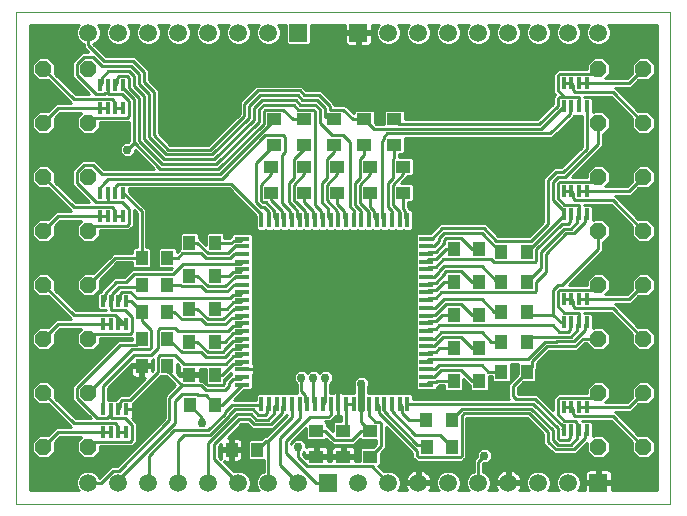
<source format=gtl>
G75*
%MOIN*%
%OFA0B0*%
%FSLAX25Y25*%
%IPPOS*%
%LPD*%
%AMOC8*
5,1,8,0,0,1.08239X$1,22.5*
%
%ADD10C,0.00000*%
%ADD11R,0.05000X0.04000*%
%ADD12R,0.04000X0.05000*%
%ADD13R,0.01378X0.05118*%
%ADD14R,0.05118X0.01378*%
%ADD15R,0.01800X0.04000*%
%ADD16R,0.05900X0.05900*%
%ADD17C,0.05900*%
%ADD18OC8,0.05600*%
%ADD19C,0.01000*%
%ADD20C,0.02978*%
%ADD21C,0.03000*%
%ADD22C,0.02400*%
D10*
X0001500Y0001500D02*
X0001500Y0165500D01*
X0219500Y0165500D01*
X0219500Y0001500D01*
X0001500Y0001500D01*
D11*
X0101500Y0017220D03*
X0101500Y0025819D03*
X0110500Y0025819D03*
X0119500Y0025780D03*
X0119500Y0017181D03*
X0110500Y0017220D03*
X0108500Y0105220D03*
X0108500Y0113819D03*
X0107500Y0121181D03*
X0097500Y0121181D03*
X0097500Y0113819D03*
X0097500Y0105220D03*
X0086500Y0105220D03*
X0086500Y0113819D03*
X0087500Y0121181D03*
X0087500Y0129780D03*
X0097500Y0129780D03*
X0107500Y0129780D03*
X0117500Y0129780D03*
X0127500Y0129780D03*
X0127500Y0121181D03*
X0130500Y0113819D03*
X0130500Y0105220D03*
X0119500Y0105220D03*
X0119500Y0113819D03*
X0117500Y0121181D03*
D12*
X0147220Y0086500D03*
X0155819Y0086500D03*
X0163181Y0085500D03*
X0171780Y0085500D03*
X0171780Y0075500D03*
X0163181Y0075500D03*
X0155819Y0075500D03*
X0147220Y0075500D03*
X0147220Y0064500D03*
X0155819Y0064500D03*
X0163181Y0065500D03*
X0171780Y0065500D03*
X0171780Y0055500D03*
X0163181Y0055500D03*
X0155819Y0053500D03*
X0147220Y0053500D03*
X0147220Y0042500D03*
X0155819Y0042500D03*
X0163181Y0045500D03*
X0171780Y0045500D03*
X0146780Y0029500D03*
X0138181Y0029500D03*
X0138220Y0020500D03*
X0146819Y0020500D03*
X0081819Y0019500D03*
X0073220Y0019500D03*
X0067819Y0034500D03*
X0059220Y0034500D03*
X0059181Y0044500D03*
X0051819Y0047500D03*
X0043220Y0047500D03*
X0043220Y0056500D03*
X0051819Y0056500D03*
X0059181Y0055500D03*
X0067780Y0055500D03*
X0067780Y0066500D03*
X0059181Y0066500D03*
X0051819Y0065500D03*
X0043220Y0065500D03*
X0043220Y0074500D03*
X0051819Y0074500D03*
X0059181Y0077500D03*
X0067780Y0077500D03*
X0067780Y0088500D03*
X0059181Y0088500D03*
X0051819Y0083500D03*
X0043220Y0083500D03*
X0067780Y0044500D03*
D13*
X0083189Y0034791D03*
X0085748Y0034791D03*
X0088307Y0034791D03*
X0090866Y0034791D03*
X0093425Y0034791D03*
X0095984Y0034791D03*
X0098543Y0034791D03*
X0101102Y0034791D03*
X0103661Y0034791D03*
X0106220Y0034791D03*
X0108780Y0034791D03*
X0111339Y0034791D03*
X0113898Y0034791D03*
X0116457Y0034791D03*
X0119016Y0034791D03*
X0121575Y0034791D03*
X0124134Y0034791D03*
X0126693Y0034791D03*
X0129252Y0034791D03*
X0131811Y0034791D03*
X0131811Y0096209D03*
X0129252Y0096209D03*
X0126693Y0096209D03*
X0124134Y0096209D03*
X0121575Y0096209D03*
X0119016Y0096209D03*
X0116457Y0096209D03*
X0113898Y0096209D03*
X0111339Y0096209D03*
X0108780Y0096209D03*
X0106220Y0096209D03*
X0103661Y0096209D03*
X0101102Y0096209D03*
X0098543Y0096209D03*
X0095984Y0096209D03*
X0093425Y0096209D03*
X0090866Y0096209D03*
X0088307Y0096209D03*
X0085748Y0096209D03*
X0083189Y0096209D03*
D14*
X0076791Y0089811D03*
X0076791Y0087252D03*
X0076791Y0084693D03*
X0076791Y0082134D03*
X0076791Y0079575D03*
X0076791Y0077016D03*
X0076791Y0074457D03*
X0076791Y0071898D03*
X0076791Y0069339D03*
X0076791Y0066780D03*
X0076791Y0064220D03*
X0076791Y0061661D03*
X0076791Y0059102D03*
X0076791Y0056543D03*
X0076791Y0053984D03*
X0076791Y0051425D03*
X0076791Y0048866D03*
X0076791Y0046307D03*
X0076791Y0043748D03*
X0076791Y0041189D03*
X0138209Y0041189D03*
X0138209Y0043748D03*
X0138209Y0046307D03*
X0138209Y0048866D03*
X0138209Y0051425D03*
X0138209Y0053984D03*
X0138209Y0056543D03*
X0138209Y0059102D03*
X0138209Y0061661D03*
X0138209Y0064220D03*
X0138209Y0066780D03*
X0138209Y0069339D03*
X0138209Y0071898D03*
X0138209Y0074457D03*
X0138209Y0077016D03*
X0138209Y0079575D03*
X0138209Y0082134D03*
X0138209Y0084693D03*
X0138209Y0087252D03*
X0138209Y0089811D03*
D15*
X0183900Y0097900D03*
X0186500Y0097900D03*
X0189100Y0097900D03*
X0191700Y0097900D03*
X0191700Y0105700D03*
X0189100Y0105700D03*
X0186500Y0105700D03*
X0183900Y0105700D03*
X0183900Y0133900D03*
X0186500Y0133900D03*
X0189100Y0133900D03*
X0191700Y0133900D03*
X0191700Y0141700D03*
X0189100Y0141700D03*
X0186500Y0141700D03*
X0183900Y0141700D03*
X0183900Y0069700D03*
X0186500Y0069700D03*
X0189100Y0069700D03*
X0191700Y0069700D03*
X0191700Y0061900D03*
X0189100Y0061900D03*
X0186500Y0061900D03*
X0183900Y0061900D03*
X0183900Y0033700D03*
X0186500Y0033700D03*
X0189100Y0033700D03*
X0191700Y0033700D03*
X0191700Y0025900D03*
X0189100Y0025900D03*
X0186500Y0025900D03*
X0183900Y0025900D03*
X0038100Y0025300D03*
X0035500Y0025300D03*
X0032900Y0025300D03*
X0030300Y0025300D03*
X0030300Y0033100D03*
X0032900Y0033100D03*
X0035500Y0033100D03*
X0038100Y0033100D03*
X0038100Y0061300D03*
X0035500Y0061300D03*
X0032900Y0061300D03*
X0030300Y0061300D03*
X0030300Y0069100D03*
X0032900Y0069100D03*
X0035500Y0069100D03*
X0038100Y0069100D03*
X0037100Y0097300D03*
X0034500Y0097300D03*
X0031900Y0097300D03*
X0029300Y0097300D03*
X0029300Y0105100D03*
X0031900Y0105100D03*
X0034500Y0105100D03*
X0037100Y0105100D03*
X0037100Y0133300D03*
X0034500Y0133300D03*
X0031900Y0133300D03*
X0029300Y0133300D03*
X0029300Y0141100D03*
X0031900Y0141100D03*
X0034500Y0141100D03*
X0037100Y0141100D03*
D16*
X0095500Y0158500D03*
X0115500Y0158500D03*
X0105500Y0008500D03*
X0195500Y0008500D03*
D17*
X0185500Y0008500D03*
X0175500Y0008500D03*
X0165500Y0008500D03*
X0155500Y0008500D03*
X0145500Y0008500D03*
X0135500Y0008500D03*
X0125500Y0008500D03*
X0115500Y0008500D03*
X0095500Y0008500D03*
X0085500Y0008500D03*
X0075500Y0008500D03*
X0065500Y0008500D03*
X0055500Y0008500D03*
X0045500Y0008500D03*
X0035500Y0008500D03*
X0025500Y0008500D03*
X0025500Y0158500D03*
X0035500Y0158500D03*
X0045500Y0158500D03*
X0055500Y0158500D03*
X0065500Y0158500D03*
X0075500Y0158500D03*
X0085500Y0158500D03*
X0125500Y0158500D03*
X0135500Y0158500D03*
X0145500Y0158500D03*
X0155500Y0158500D03*
X0165500Y0158500D03*
X0175500Y0158500D03*
X0185500Y0158500D03*
X0195500Y0158500D03*
D18*
X0195500Y0146500D03*
X0210500Y0146500D03*
X0210500Y0128500D03*
X0195500Y0128500D03*
X0195500Y0110500D03*
X0210500Y0110500D03*
X0210500Y0092500D03*
X0195500Y0092500D03*
X0195500Y0074500D03*
X0210500Y0074500D03*
X0210500Y0056500D03*
X0195500Y0056500D03*
X0195500Y0038500D03*
X0210500Y0038500D03*
X0210500Y0020500D03*
X0195500Y0020500D03*
X0025500Y0020500D03*
X0010500Y0020500D03*
X0010500Y0038500D03*
X0025500Y0038500D03*
X0025500Y0056500D03*
X0010500Y0056500D03*
X0010500Y0074500D03*
X0025500Y0074500D03*
X0025500Y0092500D03*
X0010500Y0092500D03*
X0010500Y0110500D03*
X0025500Y0110500D03*
X0025500Y0128500D03*
X0010500Y0128500D03*
X0010500Y0146500D03*
X0025500Y0146500D03*
D19*
X0021600Y0148115D02*
X0021600Y0144344D01*
X0027944Y0138000D01*
X0030656Y0138000D01*
X0031156Y0138500D01*
X0031900Y0138500D01*
X0031900Y0138000D01*
X0036856Y0138000D01*
X0039100Y0135756D01*
X0039100Y0130844D01*
X0038456Y0130200D01*
X0027200Y0130200D01*
X0025500Y0128500D01*
X0027831Y0125315D02*
X0039100Y0125315D01*
X0039100Y0124317D02*
X0006000Y0124317D01*
X0006000Y0125315D02*
X0008169Y0125315D01*
X0008885Y0124600D02*
X0012115Y0124600D01*
X0014400Y0126885D01*
X0014400Y0130115D01*
X0014389Y0130126D01*
X0015963Y0131700D01*
X0023185Y0131700D01*
X0021600Y0130115D01*
X0021600Y0126885D01*
X0023885Y0124600D01*
X0027115Y0124600D01*
X0029400Y0126885D01*
X0029400Y0128600D01*
X0039100Y0128600D01*
X0039100Y0122363D01*
X0038826Y0122089D01*
X0037985Y0122089D01*
X0037033Y0121695D01*
X0036305Y0120967D01*
X0035911Y0120015D01*
X0035911Y0118985D01*
X0036305Y0118033D01*
X0037033Y0117305D01*
X0037985Y0116911D01*
X0039015Y0116911D01*
X0039967Y0117305D01*
X0040695Y0118033D01*
X0041089Y0118985D01*
X0041089Y0119248D01*
X0047237Y0113100D01*
X0030678Y0113100D01*
X0027778Y0116000D01*
X0023222Y0116000D01*
X0020937Y0113715D01*
X0020000Y0112778D01*
X0020000Y0107682D01*
X0025682Y0102000D01*
X0021263Y0102000D01*
X0014389Y0108874D01*
X0014400Y0108885D01*
X0014400Y0112115D01*
X0012115Y0114400D01*
X0008885Y0114400D01*
X0006600Y0112115D01*
X0006600Y0108885D01*
X0008885Y0106600D01*
X0012115Y0106600D01*
X0012126Y0106611D01*
X0019000Y0099737D01*
X0019837Y0098900D01*
X0014637Y0098900D01*
X0012126Y0096389D01*
X0012115Y0096400D01*
X0008885Y0096400D01*
X0006600Y0094115D01*
X0006600Y0090885D01*
X0008885Y0088600D01*
X0012115Y0088600D01*
X0014400Y0090885D01*
X0014400Y0094115D01*
X0014389Y0094126D01*
X0015963Y0095700D01*
X0023185Y0095700D01*
X0021600Y0094115D01*
X0021600Y0090885D01*
X0023885Y0088600D01*
X0027115Y0088600D01*
X0029400Y0090885D01*
X0029400Y0092600D01*
X0039118Y0092600D01*
X0039763Y0093244D01*
X0040700Y0094182D01*
X0040700Y0099237D01*
X0041620Y0098317D01*
X0041620Y0087100D01*
X0040765Y0087100D01*
X0040120Y0086456D01*
X0040120Y0085100D01*
X0033837Y0085100D01*
X0032900Y0084163D01*
X0032900Y0084163D01*
X0027126Y0078389D01*
X0027115Y0078400D01*
X0023885Y0078400D01*
X0021600Y0076115D01*
X0021600Y0072885D01*
X0023885Y0070600D01*
X0027115Y0070600D01*
X0029400Y0072885D01*
X0029400Y0076115D01*
X0029389Y0076126D01*
X0035163Y0081900D01*
X0040120Y0081900D01*
X0040120Y0080544D01*
X0040765Y0079900D01*
X0045676Y0079900D01*
X0046320Y0080544D01*
X0046320Y0086456D01*
X0045676Y0087100D01*
X0044820Y0087100D01*
X0044820Y0099642D01*
X0039100Y0105363D01*
X0039100Y0106600D01*
X0072277Y0106600D01*
X0081400Y0097477D01*
X0081400Y0093194D01*
X0082044Y0092550D01*
X0084334Y0092550D01*
X0084469Y0092685D01*
X0084603Y0092550D01*
X0086893Y0092550D01*
X0087028Y0092685D01*
X0087162Y0092550D01*
X0089452Y0092550D01*
X0089587Y0092685D01*
X0089722Y0092550D01*
X0092011Y0092550D01*
X0092146Y0092685D01*
X0092281Y0092550D01*
X0094570Y0092550D01*
X0094705Y0092685D01*
X0094840Y0092550D01*
X0097129Y0092550D01*
X0097264Y0092685D01*
X0097399Y0092550D01*
X0099688Y0092550D01*
X0099823Y0092685D01*
X0099958Y0092550D01*
X0102247Y0092550D01*
X0102382Y0092685D01*
X0102517Y0092550D01*
X0104806Y0092550D01*
X0104941Y0092685D01*
X0105076Y0092550D01*
X0107365Y0092550D01*
X0107500Y0092685D01*
X0107635Y0092550D01*
X0109924Y0092550D01*
X0110059Y0092685D01*
X0110194Y0092550D01*
X0112483Y0092550D01*
X0112618Y0092685D01*
X0112753Y0092550D01*
X0115042Y0092550D01*
X0115177Y0092685D01*
X0115312Y0092550D01*
X0117601Y0092550D01*
X0117736Y0092685D01*
X0117871Y0092550D01*
X0120160Y0092550D01*
X0120295Y0092685D01*
X0120430Y0092550D01*
X0122719Y0092550D01*
X0122854Y0092685D01*
X0122989Y0092550D01*
X0125278Y0092550D01*
X0125413Y0092685D01*
X0125548Y0092550D01*
X0127838Y0092550D01*
X0127972Y0092685D01*
X0128107Y0092550D01*
X0130397Y0092550D01*
X0130531Y0092685D01*
X0130666Y0092550D01*
X0132956Y0092550D01*
X0133600Y0093194D01*
X0133600Y0099223D01*
X0132956Y0099868D01*
X0132641Y0099868D01*
X0132641Y0099886D01*
X0132100Y0100427D01*
X0132100Y0102120D01*
X0133456Y0102120D01*
X0134100Y0102765D01*
X0134100Y0107676D01*
X0133456Y0108320D01*
X0129807Y0108320D01*
X0132100Y0110613D01*
X0132100Y0110719D01*
X0133456Y0110719D01*
X0134100Y0111363D01*
X0134100Y0116275D01*
X0133456Y0116919D01*
X0129100Y0116919D01*
X0129100Y0118081D01*
X0130456Y0118081D01*
X0131100Y0118725D01*
X0131100Y0123300D01*
X0180018Y0123300D01*
X0180956Y0124237D01*
X0186563Y0129844D01*
X0187500Y0130782D01*
X0187500Y0130800D01*
X0190022Y0130800D01*
X0190000Y0130778D01*
X0190000Y0120525D01*
X0183075Y0113600D01*
X0180556Y0113600D01*
X0179619Y0112663D01*
X0178037Y0111081D01*
X0177100Y0110144D01*
X0177100Y0095346D01*
X0172454Y0090700D01*
X0162200Y0090700D01*
X0158000Y0094900D01*
X0142777Y0094900D01*
X0139477Y0091600D01*
X0135194Y0091600D01*
X0134550Y0090956D01*
X0134550Y0088666D01*
X0134685Y0088531D01*
X0134550Y0088397D01*
X0134550Y0086107D01*
X0134685Y0085972D01*
X0134550Y0085838D01*
X0134550Y0083548D01*
X0134685Y0083413D01*
X0134550Y0083278D01*
X0134550Y0080989D01*
X0134685Y0080854D01*
X0134550Y0080719D01*
X0134550Y0078430D01*
X0134685Y0078295D01*
X0134550Y0078160D01*
X0134550Y0075871D01*
X0134685Y0075736D01*
X0134550Y0075601D01*
X0134550Y0073312D01*
X0134685Y0073177D01*
X0134550Y0073042D01*
X0134550Y0070753D01*
X0134685Y0070618D01*
X0134550Y0070483D01*
X0134550Y0068194D01*
X0134685Y0068059D01*
X0134550Y0067924D01*
X0134550Y0065635D01*
X0134685Y0065500D01*
X0134550Y0065365D01*
X0134550Y0063076D01*
X0134685Y0062941D01*
X0134550Y0062806D01*
X0134550Y0060517D01*
X0134685Y0060382D01*
X0134550Y0060247D01*
X0134550Y0057958D01*
X0134685Y0057823D01*
X0134550Y0057688D01*
X0134550Y0055399D01*
X0134685Y0055264D01*
X0134550Y0055129D01*
X0134550Y0052840D01*
X0134685Y0052705D01*
X0134550Y0052570D01*
X0134550Y0050281D01*
X0134685Y0050146D01*
X0134550Y0050011D01*
X0134550Y0047722D01*
X0134685Y0047587D01*
X0134550Y0047452D01*
X0134550Y0045162D01*
X0134685Y0045028D01*
X0134550Y0044893D01*
X0134550Y0042603D01*
X0134685Y0042468D01*
X0134550Y0042334D01*
X0134550Y0040044D01*
X0135194Y0039400D01*
X0141223Y0039400D01*
X0141868Y0040044D01*
X0141868Y0040359D01*
X0141886Y0040359D01*
X0142427Y0040900D01*
X0144120Y0040900D01*
X0144120Y0039544D01*
X0144765Y0038900D01*
X0149676Y0038900D01*
X0150320Y0039544D01*
X0150320Y0043193D01*
X0152613Y0040900D01*
X0152719Y0040900D01*
X0152719Y0039544D01*
X0153363Y0038900D01*
X0158275Y0038900D01*
X0158919Y0039544D01*
X0158919Y0043900D01*
X0160081Y0043900D01*
X0160081Y0042544D01*
X0160725Y0041900D01*
X0165637Y0041900D01*
X0166281Y0042544D01*
X0166281Y0048036D01*
X0168680Y0048036D01*
X0168680Y0044663D01*
X0166337Y0042320D01*
X0165400Y0041383D01*
X0165400Y0036837D01*
X0165846Y0036391D01*
X0133600Y0036391D01*
X0133600Y0037806D01*
X0132956Y0038450D01*
X0130666Y0038450D01*
X0130531Y0038315D01*
X0130397Y0038450D01*
X0128107Y0038450D01*
X0127972Y0038315D01*
X0127838Y0038450D01*
X0125548Y0038450D01*
X0125413Y0038315D01*
X0125278Y0038450D01*
X0122989Y0038450D01*
X0122854Y0038315D01*
X0122719Y0038450D01*
X0120430Y0038450D01*
X0120295Y0038315D01*
X0120160Y0038450D01*
X0118800Y0038450D01*
X0118800Y0040287D01*
X0119089Y0040985D01*
X0119089Y0042015D01*
X0118695Y0042967D01*
X0117967Y0043695D01*
X0117015Y0044089D01*
X0115985Y0044089D01*
X0115033Y0043695D01*
X0114305Y0042967D01*
X0113911Y0042015D01*
X0113911Y0040985D01*
X0114200Y0040287D01*
X0114200Y0038450D01*
X0112753Y0038450D01*
X0112618Y0038315D01*
X0112483Y0038450D01*
X0110490Y0038450D01*
X0110390Y0038551D01*
X0110047Y0038748D01*
X0109666Y0038850D01*
X0108780Y0038850D01*
X0108780Y0034791D01*
X0108780Y0030732D01*
X0109666Y0030732D01*
X0109739Y0030752D01*
X0109739Y0028919D01*
X0107544Y0028919D01*
X0106900Y0028275D01*
X0106900Y0025626D01*
X0105107Y0027419D01*
X0105100Y0027419D01*
X0105100Y0028275D01*
X0104475Y0028900D01*
X0106163Y0028900D01*
X0106883Y0029620D01*
X0107820Y0030558D01*
X0107820Y0030752D01*
X0107893Y0030732D01*
X0108779Y0030732D01*
X0108779Y0034791D01*
X0108780Y0034791D01*
X0108500Y0035071D01*
X0108500Y0043500D01*
X0107089Y0043437D02*
X0114776Y0043437D01*
X0114087Y0042439D02*
X0106863Y0042439D01*
X0106695Y0042033D02*
X0107089Y0042985D01*
X0107089Y0044015D01*
X0106695Y0044967D01*
X0105967Y0045695D01*
X0105015Y0046089D01*
X0103985Y0046089D01*
X0103033Y0045695D01*
X0102500Y0045161D01*
X0101967Y0045695D01*
X0101015Y0046089D01*
X0099985Y0046089D01*
X0099033Y0045695D01*
X0098500Y0045161D01*
X0097967Y0045695D01*
X0097015Y0046089D01*
X0095985Y0046089D01*
X0095033Y0045695D01*
X0094305Y0044967D01*
X0093911Y0044015D01*
X0093911Y0042985D01*
X0094305Y0042033D01*
X0094900Y0041439D01*
X0094900Y0038450D01*
X0094840Y0038450D01*
X0094705Y0038315D01*
X0094570Y0038450D01*
X0092281Y0038450D01*
X0092146Y0038315D01*
X0092011Y0038450D01*
X0089722Y0038450D01*
X0089587Y0038315D01*
X0089452Y0038450D01*
X0087162Y0038450D01*
X0087028Y0038315D01*
X0086893Y0038450D01*
X0084603Y0038450D01*
X0084468Y0038315D01*
X0084334Y0038450D01*
X0082044Y0038450D01*
X0081400Y0037806D01*
X0081400Y0036100D01*
X0073965Y0036100D01*
X0077265Y0039400D01*
X0079806Y0039400D01*
X0080450Y0040044D01*
X0080450Y0042334D01*
X0080315Y0042469D01*
X0080450Y0042603D01*
X0080450Y0044597D01*
X0080551Y0044697D01*
X0080748Y0045039D01*
X0080850Y0045421D01*
X0080850Y0046307D01*
X0076791Y0046307D01*
X0076791Y0046307D01*
X0080850Y0046307D01*
X0080850Y0047194D01*
X0080748Y0047575D01*
X0080551Y0047917D01*
X0080450Y0048017D01*
X0080450Y0050011D01*
X0080315Y0050146D01*
X0080450Y0050281D01*
X0080450Y0052570D01*
X0080315Y0052705D01*
X0080450Y0052840D01*
X0080450Y0055129D01*
X0080315Y0055264D01*
X0080450Y0055399D01*
X0080450Y0057688D01*
X0080315Y0057823D01*
X0080450Y0057958D01*
X0080450Y0060247D01*
X0080315Y0060382D01*
X0080450Y0060517D01*
X0080450Y0062806D01*
X0080315Y0062941D01*
X0080450Y0063076D01*
X0080450Y0065365D01*
X0080315Y0065500D01*
X0080450Y0065635D01*
X0080450Y0067924D01*
X0080315Y0068059D01*
X0080450Y0068194D01*
X0080450Y0070483D01*
X0080315Y0070618D01*
X0080450Y0070753D01*
X0080450Y0073042D01*
X0080315Y0073177D01*
X0080450Y0073312D01*
X0080450Y0075601D01*
X0080315Y0075736D01*
X0080450Y0075871D01*
X0080450Y0078160D01*
X0080315Y0078295D01*
X0080450Y0078430D01*
X0080450Y0080719D01*
X0080315Y0080854D01*
X0080450Y0080989D01*
X0080450Y0083278D01*
X0080315Y0083413D01*
X0080450Y0083548D01*
X0080450Y0085838D01*
X0080315Y0085972D01*
X0080450Y0086107D01*
X0080450Y0088397D01*
X0080315Y0088531D01*
X0080450Y0088666D01*
X0080450Y0090956D01*
X0079806Y0091600D01*
X0073777Y0091600D01*
X0073132Y0090956D01*
X0073132Y0090641D01*
X0073114Y0090641D01*
X0072573Y0090100D01*
X0070880Y0090100D01*
X0070880Y0091456D01*
X0070235Y0092100D01*
X0065324Y0092100D01*
X0064680Y0091456D01*
X0064680Y0087807D01*
X0062387Y0090100D01*
X0062281Y0090100D01*
X0062281Y0091456D01*
X0061637Y0092100D01*
X0056725Y0092100D01*
X0056081Y0091456D01*
X0056081Y0086500D01*
X0056063Y0086500D01*
X0054919Y0085356D01*
X0054919Y0086456D01*
X0054275Y0087100D01*
X0049363Y0087100D01*
X0048719Y0086456D01*
X0048719Y0080544D01*
X0049363Y0079900D01*
X0053263Y0079900D01*
X0053063Y0079700D01*
X0040102Y0079700D01*
X0037402Y0077000D01*
X0034082Y0077000D01*
X0033144Y0076063D01*
X0029300Y0072218D01*
X0029300Y0072200D01*
X0028944Y0072200D01*
X0028300Y0071556D01*
X0028300Y0066644D01*
X0028944Y0066000D01*
X0031300Y0066000D01*
X0031300Y0066000D01*
X0021263Y0066000D01*
X0014389Y0072874D01*
X0014400Y0072885D01*
X0014400Y0076115D01*
X0012115Y0078400D01*
X0008885Y0078400D01*
X0006600Y0076115D01*
X0006600Y0072885D01*
X0008885Y0070600D01*
X0012115Y0070600D01*
X0012126Y0070611D01*
X0019000Y0063737D01*
X0019837Y0062900D01*
X0014637Y0062900D01*
X0012126Y0060389D01*
X0012115Y0060400D01*
X0008885Y0060400D01*
X0006600Y0058115D01*
X0006600Y0054885D01*
X0008885Y0052600D01*
X0012115Y0052600D01*
X0014400Y0054885D01*
X0014400Y0058115D01*
X0014389Y0058126D01*
X0015963Y0059700D01*
X0023185Y0059700D01*
X0021600Y0058115D01*
X0021600Y0054885D01*
X0023885Y0052600D01*
X0027115Y0052600D01*
X0029400Y0054885D01*
X0029400Y0056600D01*
X0040118Y0056600D01*
X0040120Y0056602D01*
X0040120Y0056100D01*
X0035322Y0056100D01*
X0020000Y0040778D01*
X0020000Y0036222D01*
X0026222Y0030000D01*
X0021263Y0030000D01*
X0014389Y0036874D01*
X0014400Y0036885D01*
X0014400Y0040115D01*
X0012115Y0042400D01*
X0008885Y0042400D01*
X0006600Y0040115D01*
X0006600Y0036885D01*
X0008885Y0034600D01*
X0012115Y0034600D01*
X0012126Y0034611D01*
X0019000Y0027737D01*
X0019837Y0026900D01*
X0014637Y0026900D01*
X0012126Y0024389D01*
X0012115Y0024400D01*
X0008885Y0024400D01*
X0006600Y0022115D01*
X0006600Y0018885D01*
X0008885Y0016600D01*
X0012115Y0016600D01*
X0014400Y0018885D01*
X0014400Y0022115D01*
X0014389Y0022126D01*
X0015963Y0023700D01*
X0023185Y0023700D01*
X0021600Y0022115D01*
X0021600Y0018885D01*
X0023885Y0016600D01*
X0027115Y0016600D01*
X0029400Y0018885D01*
X0029400Y0020600D01*
X0040118Y0020600D01*
X0041056Y0021537D01*
X0041700Y0022182D01*
X0041700Y0028418D01*
X0040070Y0030049D01*
X0040200Y0030179D01*
X0040398Y0030521D01*
X0040500Y0030903D01*
X0040500Y0033100D01*
X0040500Y0034982D01*
X0041056Y0035537D01*
X0041056Y0035537D01*
X0049382Y0043863D01*
X0049418Y0043900D01*
X0051463Y0043900D01*
X0054463Y0040900D01*
X0050900Y0037337D01*
X0050900Y0030163D01*
X0034887Y0014150D01*
X0033160Y0014150D01*
X0029188Y0010179D01*
X0028933Y0010794D01*
X0027794Y0011933D01*
X0026306Y0012550D01*
X0024694Y0012550D01*
X0023206Y0011933D01*
X0022067Y0010794D01*
X0021450Y0009306D01*
X0021450Y0007694D01*
X0022067Y0006206D01*
X0022272Y0006000D01*
X0006000Y0006000D01*
X0006000Y0161000D01*
X0022272Y0161000D01*
X0022067Y0160794D01*
X0021450Y0159306D01*
X0021450Y0157694D01*
X0022067Y0156206D01*
X0023206Y0155067D01*
X0023900Y0154779D01*
X0023900Y0153615D01*
X0025515Y0152000D01*
X0023222Y0152000D01*
X0020000Y0148778D01*
X0020000Y0143682D01*
X0020937Y0142744D01*
X0025682Y0138000D01*
X0021263Y0138000D01*
X0014389Y0144874D01*
X0014400Y0144885D01*
X0014400Y0148115D01*
X0012115Y0150400D01*
X0008885Y0150400D01*
X0006600Y0148115D01*
X0006600Y0144885D01*
X0008885Y0142600D01*
X0012115Y0142600D01*
X0012126Y0142611D01*
X0019000Y0135737D01*
X0019837Y0134900D01*
X0014637Y0134900D01*
X0012126Y0132389D01*
X0012115Y0132400D01*
X0008885Y0132400D01*
X0006600Y0130115D01*
X0006600Y0126885D01*
X0008885Y0124600D01*
X0007171Y0126314D02*
X0006000Y0126314D01*
X0006000Y0127312D02*
X0006600Y0127312D01*
X0006600Y0128311D02*
X0006000Y0128311D01*
X0006000Y0129309D02*
X0006600Y0129309D01*
X0006793Y0130308D02*
X0006000Y0130308D01*
X0006000Y0131306D02*
X0007791Y0131306D01*
X0008790Y0132305D02*
X0006000Y0132305D01*
X0006000Y0133303D02*
X0013041Y0133303D01*
X0014039Y0134302D02*
X0006000Y0134302D01*
X0006000Y0135301D02*
X0019437Y0135301D01*
X0018438Y0136299D02*
X0006000Y0136299D01*
X0006000Y0137298D02*
X0017440Y0137298D01*
X0016441Y0138296D02*
X0006000Y0138296D01*
X0006000Y0139295D02*
X0015443Y0139295D01*
X0014444Y0140293D02*
X0006000Y0140293D01*
X0006000Y0141292D02*
X0013446Y0141292D01*
X0012447Y0142290D02*
X0006000Y0142290D01*
X0006000Y0143289D02*
X0008196Y0143289D01*
X0007197Y0144287D02*
X0006000Y0144287D01*
X0006000Y0145286D02*
X0006600Y0145286D01*
X0006600Y0146284D02*
X0006000Y0146284D01*
X0006000Y0147283D02*
X0006600Y0147283D01*
X0006766Y0148281D02*
X0006000Y0148281D01*
X0006000Y0149280D02*
X0007764Y0149280D01*
X0008763Y0150278D02*
X0006000Y0150278D01*
X0006000Y0151277D02*
X0022499Y0151277D01*
X0021500Y0150278D02*
X0012237Y0150278D01*
X0013236Y0149280D02*
X0020501Y0149280D01*
X0020000Y0148281D02*
X0014234Y0148281D01*
X0014400Y0147283D02*
X0020000Y0147283D01*
X0020000Y0146284D02*
X0014400Y0146284D01*
X0014400Y0145286D02*
X0020000Y0145286D01*
X0020000Y0144287D02*
X0014976Y0144287D01*
X0015974Y0143289D02*
X0020393Y0143289D01*
X0021392Y0142290D02*
X0016973Y0142290D01*
X0017971Y0141292D02*
X0022390Y0141292D01*
X0023389Y0140293D02*
X0018970Y0140293D01*
X0019968Y0139295D02*
X0024387Y0139295D01*
X0025386Y0138296D02*
X0020967Y0138296D01*
X0020600Y0136400D02*
X0033256Y0136400D01*
X0033900Y0135756D01*
X0033900Y0133900D01*
X0034500Y0133300D01*
X0037100Y0133300D01*
X0040700Y0136418D02*
X0040700Y0121900D01*
X0040700Y0121700D01*
X0038500Y0119500D01*
X0036660Y0121321D02*
X0006000Y0121321D01*
X0006000Y0120323D02*
X0036039Y0120323D01*
X0035911Y0119324D02*
X0006000Y0119324D01*
X0006000Y0118326D02*
X0036184Y0118326D01*
X0037011Y0117327D02*
X0006000Y0117327D01*
X0006000Y0116329D02*
X0044008Y0116329D01*
X0043010Y0117327D02*
X0039989Y0117327D01*
X0040816Y0118326D02*
X0042011Y0118326D01*
X0045007Y0115330D02*
X0028448Y0115330D01*
X0029446Y0114332D02*
X0046005Y0114332D01*
X0047004Y0113333D02*
X0030445Y0113333D01*
X0030016Y0111500D02*
X0027115Y0114400D01*
X0023885Y0114400D01*
X0021600Y0112115D01*
X0021600Y0108344D01*
X0027944Y0102000D01*
X0031900Y0102000D01*
X0036856Y0102000D01*
X0039100Y0099756D01*
X0039100Y0094844D01*
X0038456Y0094200D01*
X0027200Y0094200D01*
X0025500Y0092500D01*
X0022117Y0090368D02*
X0013883Y0090368D01*
X0014400Y0091366D02*
X0021600Y0091366D01*
X0021600Y0092365D02*
X0014400Y0092365D01*
X0014400Y0093363D02*
X0021600Y0093363D01*
X0021846Y0094362D02*
X0014624Y0094362D01*
X0015623Y0095360D02*
X0022845Y0095360D01*
X0019383Y0099354D02*
X0006000Y0099354D01*
X0006000Y0098356D02*
X0014093Y0098356D01*
X0013094Y0097357D02*
X0006000Y0097357D01*
X0006000Y0096359D02*
X0008843Y0096359D01*
X0007845Y0095360D02*
X0006000Y0095360D01*
X0006000Y0094362D02*
X0006846Y0094362D01*
X0006600Y0093363D02*
X0006000Y0093363D01*
X0006000Y0092365D02*
X0006600Y0092365D01*
X0006600Y0091366D02*
X0006000Y0091366D01*
X0006000Y0090368D02*
X0007117Y0090368D01*
X0008116Y0089369D02*
X0006000Y0089369D01*
X0006000Y0088370D02*
X0041620Y0088370D01*
X0041620Y0087372D02*
X0006000Y0087372D01*
X0006000Y0086373D02*
X0040120Y0086373D01*
X0040120Y0085375D02*
X0006000Y0085375D01*
X0006000Y0084376D02*
X0033114Y0084376D01*
X0032115Y0083378D02*
X0006000Y0083378D01*
X0006000Y0082379D02*
X0031117Y0082379D01*
X0030118Y0081381D02*
X0006000Y0081381D01*
X0006000Y0080382D02*
X0029120Y0080382D01*
X0028121Y0079384D02*
X0006000Y0079384D01*
X0006000Y0078385D02*
X0008870Y0078385D01*
X0007871Y0077387D02*
X0006000Y0077387D01*
X0006000Y0076388D02*
X0006873Y0076388D01*
X0006600Y0075390D02*
X0006000Y0075390D01*
X0006000Y0074391D02*
X0006600Y0074391D01*
X0006600Y0073393D02*
X0006000Y0073393D01*
X0006000Y0072394D02*
X0007090Y0072394D01*
X0008089Y0071396D02*
X0006000Y0071396D01*
X0006000Y0070397D02*
X0012340Y0070397D01*
X0013338Y0069399D02*
X0006000Y0069399D01*
X0006000Y0068400D02*
X0014337Y0068400D01*
X0015336Y0067402D02*
X0006000Y0067402D01*
X0006000Y0066403D02*
X0016334Y0066403D01*
X0017333Y0065405D02*
X0006000Y0065405D01*
X0006000Y0064406D02*
X0018331Y0064406D01*
X0019330Y0063408D02*
X0006000Y0063408D01*
X0006000Y0062409D02*
X0014146Y0062409D01*
X0013148Y0061411D02*
X0006000Y0061411D01*
X0006000Y0060412D02*
X0012149Y0060412D01*
X0015300Y0061300D02*
X0010500Y0056500D01*
X0007063Y0054421D02*
X0006000Y0054421D01*
X0006000Y0053423D02*
X0008062Y0053423D01*
X0006000Y0052424D02*
X0031646Y0052424D01*
X0032644Y0053423D02*
X0027938Y0053423D01*
X0028937Y0054421D02*
X0033643Y0054421D01*
X0034641Y0055420D02*
X0029400Y0055420D01*
X0029400Y0056418D02*
X0040120Y0056418D01*
X0039456Y0058200D02*
X0027200Y0058200D01*
X0025500Y0056500D01*
X0021600Y0056418D02*
X0014400Y0056418D01*
X0014400Y0055420D02*
X0021600Y0055420D01*
X0022063Y0054421D02*
X0013937Y0054421D01*
X0012938Y0053423D02*
X0023062Y0053423D01*
X0027652Y0048430D02*
X0006000Y0048430D01*
X0006000Y0047432D02*
X0026653Y0047432D01*
X0025655Y0046433D02*
X0006000Y0046433D01*
X0006000Y0045434D02*
X0024656Y0045434D01*
X0023658Y0044436D02*
X0006000Y0044436D01*
X0006000Y0043437D02*
X0022659Y0043437D01*
X0021661Y0042439D02*
X0006000Y0042439D01*
X0006000Y0041440D02*
X0007925Y0041440D01*
X0006927Y0040442D02*
X0006000Y0040442D01*
X0006000Y0039443D02*
X0006600Y0039443D01*
X0006600Y0038445D02*
X0006000Y0038445D01*
X0006000Y0037446D02*
X0006600Y0037446D01*
X0007037Y0036448D02*
X0006000Y0036448D01*
X0006000Y0035449D02*
X0008035Y0035449D01*
X0006000Y0034451D02*
X0012286Y0034451D01*
X0013285Y0033452D02*
X0006000Y0033452D01*
X0006000Y0032454D02*
X0014283Y0032454D01*
X0015282Y0031455D02*
X0006000Y0031455D01*
X0006000Y0030457D02*
X0016280Y0030457D01*
X0017279Y0029458D02*
X0006000Y0029458D01*
X0006000Y0028460D02*
X0018277Y0028460D01*
X0019276Y0027461D02*
X0006000Y0027461D01*
X0006000Y0026463D02*
X0014200Y0026463D01*
X0013202Y0025464D02*
X0006000Y0025464D01*
X0006000Y0024466D02*
X0012203Y0024466D01*
X0015300Y0025300D02*
X0010500Y0020500D01*
X0007010Y0018475D02*
X0006000Y0018475D01*
X0006000Y0019473D02*
X0006600Y0019473D01*
X0006600Y0020472D02*
X0006000Y0020472D01*
X0006000Y0021470D02*
X0006600Y0021470D01*
X0006953Y0022469D02*
X0006000Y0022469D01*
X0006000Y0023467D02*
X0007952Y0023467D01*
X0014400Y0021470D02*
X0021600Y0021470D01*
X0021600Y0020472D02*
X0014400Y0020472D01*
X0014400Y0019473D02*
X0021600Y0019473D01*
X0022010Y0018475D02*
X0013990Y0018475D01*
X0012992Y0017476D02*
X0023008Y0017476D01*
X0025500Y0020500D02*
X0027200Y0022200D01*
X0039456Y0022200D01*
X0040100Y0022844D01*
X0040100Y0027756D01*
X0037856Y0030000D01*
X0032900Y0030000D01*
X0032900Y0033100D01*
X0032900Y0031244D01*
X0031656Y0030000D01*
X0028485Y0030000D01*
X0021600Y0036885D01*
X0021600Y0040115D01*
X0035985Y0054500D01*
X0041220Y0054500D01*
X0043220Y0056500D01*
X0046320Y0053544D02*
X0046320Y0059456D01*
X0043220Y0062556D01*
X0043220Y0065500D01*
X0039620Y0069100D01*
X0038100Y0069100D01*
X0036100Y0069700D02*
X0036100Y0071556D01*
X0036744Y0072200D01*
X0039456Y0072200D01*
X0041556Y0070100D01*
X0072749Y0070100D01*
X0073777Y0071128D01*
X0076021Y0071128D01*
X0076791Y0071898D01*
X0076791Y0074457D02*
X0073954Y0074457D01*
X0071797Y0072300D01*
X0064661Y0072300D01*
X0063061Y0073900D01*
X0056725Y0073900D01*
X0056125Y0074500D01*
X0051819Y0074500D01*
X0053725Y0078100D02*
X0040765Y0078100D01*
X0038065Y0075400D01*
X0034744Y0075400D01*
X0030900Y0071556D01*
X0030900Y0069700D01*
X0030300Y0069100D01*
X0028300Y0069399D02*
X0017864Y0069399D01*
X0016865Y0070397D02*
X0028300Y0070397D01*
X0028300Y0071396D02*
X0027911Y0071396D01*
X0028910Y0072394D02*
X0029476Y0072394D01*
X0029400Y0073393D02*
X0030474Y0073393D01*
X0031473Y0074391D02*
X0029400Y0074391D01*
X0029400Y0075390D02*
X0032471Y0075390D01*
X0033470Y0076388D02*
X0029651Y0076388D01*
X0030650Y0077387D02*
X0037789Y0077387D01*
X0038787Y0078385D02*
X0031648Y0078385D01*
X0032647Y0079384D02*
X0039786Y0079384D01*
X0040282Y0080382D02*
X0033645Y0080382D01*
X0034644Y0081381D02*
X0040120Y0081381D01*
X0043220Y0083500D02*
X0034500Y0083500D01*
X0025500Y0074500D01*
X0021600Y0074391D02*
X0014400Y0074391D01*
X0014400Y0073393D02*
X0021600Y0073393D01*
X0022090Y0072394D02*
X0014868Y0072394D01*
X0015867Y0071396D02*
X0023089Y0071396D01*
X0019861Y0067402D02*
X0028300Y0067402D01*
X0028300Y0068400D02*
X0018862Y0068400D01*
X0020859Y0066403D02*
X0028541Y0066403D01*
X0032900Y0066000D02*
X0032900Y0069100D01*
X0033500Y0069700D01*
X0033500Y0071556D01*
X0035744Y0073800D01*
X0042520Y0073800D01*
X0043220Y0074500D01*
X0036100Y0069700D02*
X0035500Y0069100D01*
X0037856Y0066000D02*
X0032900Y0066000D01*
X0034256Y0064400D02*
X0020600Y0064400D01*
X0010500Y0074500D01*
X0013129Y0077387D02*
X0022871Y0077387D01*
X0021873Y0076388D02*
X0014127Y0076388D01*
X0014400Y0075390D02*
X0021600Y0075390D01*
X0023870Y0078385D02*
X0012130Y0078385D01*
X0012884Y0089369D02*
X0023116Y0089369D01*
X0027884Y0089369D02*
X0041620Y0089369D01*
X0041620Y0090368D02*
X0028883Y0090368D01*
X0029400Y0091366D02*
X0041620Y0091366D01*
X0041620Y0092365D02*
X0029400Y0092365D01*
X0029300Y0097300D02*
X0015300Y0097300D01*
X0010500Y0092500D01*
X0006000Y0100353D02*
X0018385Y0100353D01*
X0017386Y0101351D02*
X0006000Y0101351D01*
X0006000Y0102350D02*
X0016388Y0102350D01*
X0015389Y0103348D02*
X0006000Y0103348D01*
X0006000Y0104347D02*
X0014391Y0104347D01*
X0013392Y0105345D02*
X0006000Y0105345D01*
X0006000Y0106344D02*
X0012394Y0106344D01*
X0014922Y0108341D02*
X0020000Y0108341D01*
X0020000Y0109339D02*
X0014400Y0109339D01*
X0014400Y0110338D02*
X0020000Y0110338D01*
X0020000Y0111336D02*
X0014400Y0111336D01*
X0014181Y0112335D02*
X0020000Y0112335D01*
X0020555Y0113333D02*
X0013182Y0113333D01*
X0012184Y0114332D02*
X0021554Y0114332D01*
X0020937Y0113715D02*
X0020937Y0113715D01*
X0022552Y0115330D02*
X0006000Y0115330D01*
X0006000Y0114332D02*
X0008816Y0114332D01*
X0007818Y0113333D02*
X0006000Y0113333D01*
X0006000Y0112335D02*
X0006819Y0112335D01*
X0006600Y0111336D02*
X0006000Y0111336D01*
X0006000Y0110338D02*
X0006600Y0110338D01*
X0006600Y0109339D02*
X0006000Y0109339D01*
X0006000Y0108341D02*
X0007144Y0108341D01*
X0008142Y0107342D02*
X0006000Y0107342D01*
X0010500Y0110500D02*
X0020600Y0100400D01*
X0033256Y0100400D01*
X0033900Y0099756D01*
X0033900Y0097900D01*
X0034500Y0097300D01*
X0037100Y0097300D01*
X0040700Y0097357D02*
X0041620Y0097357D01*
X0041620Y0096359D02*
X0040700Y0096359D01*
X0040700Y0095360D02*
X0041620Y0095360D01*
X0041620Y0094362D02*
X0040700Y0094362D01*
X0039881Y0093363D02*
X0041620Y0093363D01*
X0039763Y0093244D02*
X0039763Y0093244D01*
X0044820Y0093363D02*
X0081400Y0093363D01*
X0081400Y0094362D02*
X0044820Y0094362D01*
X0044820Y0095360D02*
X0081400Y0095360D01*
X0081400Y0096359D02*
X0044820Y0096359D01*
X0044820Y0097357D02*
X0081400Y0097357D01*
X0080521Y0098356D02*
X0044820Y0098356D01*
X0044820Y0099354D02*
X0079522Y0099354D01*
X0078524Y0100353D02*
X0044110Y0100353D01*
X0043112Y0101351D02*
X0077525Y0101351D01*
X0076527Y0102350D02*
X0042113Y0102350D01*
X0041115Y0103348D02*
X0075528Y0103348D01*
X0074530Y0104347D02*
X0040116Y0104347D01*
X0039118Y0105345D02*
X0073531Y0105345D01*
X0072533Y0106344D02*
X0039100Y0106344D01*
X0037100Y0105100D02*
X0043220Y0098980D01*
X0043220Y0083500D01*
X0046320Y0083378D02*
X0048719Y0083378D01*
X0048719Y0084376D02*
X0046320Y0084376D01*
X0046320Y0085375D02*
X0048719Y0085375D01*
X0048719Y0086373D02*
X0046320Y0086373D01*
X0044820Y0087372D02*
X0056081Y0087372D01*
X0056081Y0088370D02*
X0044820Y0088370D01*
X0044820Y0089369D02*
X0056081Y0089369D01*
X0056081Y0090368D02*
X0044820Y0090368D01*
X0044820Y0091366D02*
X0056081Y0091366D01*
X0059181Y0088500D02*
X0061724Y0088500D01*
X0065324Y0084900D01*
X0071898Y0084900D01*
X0074250Y0087252D01*
X0076791Y0087252D01*
X0076021Y0089041D02*
X0073777Y0089041D01*
X0073236Y0088500D01*
X0067780Y0088500D01*
X0064680Y0088370D02*
X0064116Y0088370D01*
X0064680Y0089369D02*
X0063118Y0089369D01*
X0062281Y0090368D02*
X0064680Y0090368D01*
X0064680Y0091366D02*
X0062281Y0091366D01*
X0055936Y0086373D02*
X0054919Y0086373D01*
X0054919Y0085375D02*
X0054938Y0085375D01*
X0056725Y0084900D02*
X0055325Y0083500D01*
X0051819Y0083500D01*
X0048719Y0082379D02*
X0046320Y0082379D01*
X0046320Y0081381D02*
X0048719Y0081381D01*
X0048881Y0080382D02*
X0046159Y0080382D01*
X0053725Y0078100D02*
X0056989Y0081364D01*
X0076021Y0081364D01*
X0076791Y0082134D01*
X0076791Y0084693D02*
X0073954Y0084693D01*
X0072561Y0083300D01*
X0064661Y0083300D01*
X0063061Y0084900D01*
X0056725Y0084900D01*
X0059181Y0077500D02*
X0061724Y0077500D01*
X0065324Y0073900D01*
X0071135Y0073900D01*
X0074250Y0077016D01*
X0076791Y0077016D01*
X0076021Y0078805D02*
X0073777Y0078805D01*
X0072472Y0077500D01*
X0067780Y0077500D01*
X0076021Y0078805D02*
X0076791Y0079575D01*
X0080450Y0079384D02*
X0134550Y0079384D01*
X0134550Y0080382D02*
X0080450Y0080382D01*
X0080450Y0081381D02*
X0134550Y0081381D01*
X0134550Y0082379D02*
X0080450Y0082379D01*
X0080351Y0083378D02*
X0134649Y0083378D01*
X0134550Y0084376D02*
X0080450Y0084376D01*
X0080450Y0085375D02*
X0134550Y0085375D01*
X0134550Y0086373D02*
X0080450Y0086373D01*
X0080450Y0087372D02*
X0134550Y0087372D01*
X0134550Y0088370D02*
X0080450Y0088370D01*
X0080450Y0089369D02*
X0134550Y0089369D01*
X0134550Y0090368D02*
X0080450Y0090368D01*
X0080040Y0091366D02*
X0134960Y0091366D01*
X0133600Y0093363D02*
X0141240Y0093363D01*
X0142238Y0094362D02*
X0133600Y0094362D01*
X0133600Y0095360D02*
X0177100Y0095360D01*
X0177100Y0096359D02*
X0133600Y0096359D01*
X0133600Y0097357D02*
X0177100Y0097357D01*
X0177100Y0098356D02*
X0133600Y0098356D01*
X0133469Y0099354D02*
X0177100Y0099354D01*
X0177100Y0100353D02*
X0132174Y0100353D01*
X0132100Y0101351D02*
X0177100Y0101351D01*
X0177100Y0102350D02*
X0133685Y0102350D01*
X0134100Y0103348D02*
X0177100Y0103348D01*
X0177100Y0104347D02*
X0134100Y0104347D01*
X0134100Y0105345D02*
X0177100Y0105345D01*
X0177100Y0106344D02*
X0134100Y0106344D01*
X0134100Y0107342D02*
X0177100Y0107342D01*
X0177100Y0108341D02*
X0129827Y0108341D01*
X0130826Y0109339D02*
X0177100Y0109339D01*
X0177294Y0110338D02*
X0131824Y0110338D01*
X0130500Y0111276D02*
X0126900Y0107676D01*
X0126900Y0101102D01*
X0129252Y0098750D01*
X0129252Y0096209D01*
X0131041Y0096979D02*
X0131041Y0099223D01*
X0130500Y0099764D01*
X0130500Y0105220D01*
X0126900Y0109939D02*
X0126900Y0116275D01*
X0127500Y0116875D01*
X0127500Y0121181D01*
X0123900Y0122900D02*
X0123900Y0123637D01*
X0125163Y0124900D01*
X0179356Y0124900D01*
X0185900Y0131444D01*
X0185900Y0133300D01*
X0186500Y0133900D01*
X0183900Y0133900D02*
X0176500Y0126500D01*
X0120780Y0126500D01*
X0117500Y0129780D01*
X0113556Y0129780D01*
X0110456Y0132880D01*
X0105900Y0132880D01*
X0105900Y0134223D01*
X0102444Y0137680D01*
X0097488Y0137680D01*
X0095888Y0139280D01*
X0081893Y0139280D01*
X0077500Y0134886D01*
X0077500Y0130813D01*
X0066187Y0119500D01*
X0052151Y0119500D01*
X0047325Y0124325D01*
X0047325Y0138844D01*
X0045426Y0140744D01*
X0045425Y0140744D01*
X0043991Y0142179D01*
X0043991Y0145453D01*
X0040344Y0149100D01*
X0030678Y0149100D01*
X0025500Y0154278D01*
X0025500Y0158500D01*
X0027214Y0154826D02*
X0027794Y0155067D01*
X0028933Y0156206D01*
X0029550Y0157694D01*
X0029550Y0159306D01*
X0028933Y0160794D01*
X0028728Y0161000D01*
X0032272Y0161000D01*
X0032067Y0160794D01*
X0031450Y0159306D01*
X0031450Y0157694D01*
X0032067Y0156206D01*
X0033206Y0155067D01*
X0034694Y0154450D01*
X0036306Y0154450D01*
X0037794Y0155067D01*
X0038933Y0156206D01*
X0039550Y0157694D01*
X0039550Y0159306D01*
X0038933Y0160794D01*
X0038728Y0161000D01*
X0042272Y0161000D01*
X0042067Y0160794D01*
X0041450Y0159306D01*
X0041450Y0157694D01*
X0042067Y0156206D01*
X0043206Y0155067D01*
X0044694Y0154450D01*
X0046306Y0154450D01*
X0047794Y0155067D01*
X0048933Y0156206D01*
X0049550Y0157694D01*
X0049550Y0159306D01*
X0048933Y0160794D01*
X0048728Y0161000D01*
X0052272Y0161000D01*
X0052067Y0160794D01*
X0051450Y0159306D01*
X0051450Y0157694D01*
X0052067Y0156206D01*
X0053206Y0155067D01*
X0054694Y0154450D01*
X0056306Y0154450D01*
X0057794Y0155067D01*
X0058933Y0156206D01*
X0059550Y0157694D01*
X0059550Y0159306D01*
X0058933Y0160794D01*
X0058728Y0161000D01*
X0062272Y0161000D01*
X0062067Y0160794D01*
X0061450Y0159306D01*
X0061450Y0157694D01*
X0062067Y0156206D01*
X0063206Y0155067D01*
X0064694Y0154450D01*
X0066306Y0154450D01*
X0067794Y0155067D01*
X0068933Y0156206D01*
X0069550Y0157694D01*
X0069550Y0159306D01*
X0068933Y0160794D01*
X0068728Y0161000D01*
X0072272Y0161000D01*
X0072067Y0160794D01*
X0071450Y0159306D01*
X0071450Y0157694D01*
X0072067Y0156206D01*
X0073206Y0155067D01*
X0074694Y0154450D01*
X0076306Y0154450D01*
X0077794Y0155067D01*
X0078933Y0156206D01*
X0079550Y0157694D01*
X0079550Y0159306D01*
X0078933Y0160794D01*
X0078728Y0161000D01*
X0082272Y0161000D01*
X0082067Y0160794D01*
X0081450Y0159306D01*
X0081450Y0157694D01*
X0082067Y0156206D01*
X0083206Y0155067D01*
X0084694Y0154450D01*
X0086306Y0154450D01*
X0087794Y0155067D01*
X0088933Y0156206D01*
X0089550Y0157694D01*
X0089550Y0159306D01*
X0088933Y0160794D01*
X0088728Y0161000D01*
X0091450Y0161000D01*
X0091450Y0155094D01*
X0092094Y0154450D01*
X0098906Y0154450D01*
X0099550Y0155094D01*
X0099550Y0161000D01*
X0111050Y0161000D01*
X0111050Y0158975D01*
X0115025Y0158975D01*
X0115025Y0158025D01*
X0115975Y0158025D01*
X0115975Y0158975D01*
X0119950Y0158975D01*
X0119950Y0161000D01*
X0122272Y0161000D01*
X0122067Y0160794D01*
X0121450Y0159306D01*
X0121450Y0157694D01*
X0122067Y0156206D01*
X0123206Y0155067D01*
X0124694Y0154450D01*
X0126306Y0154450D01*
X0127794Y0155067D01*
X0128933Y0156206D01*
X0129550Y0157694D01*
X0129550Y0159306D01*
X0128933Y0160794D01*
X0128728Y0161000D01*
X0132272Y0161000D01*
X0132067Y0160794D01*
X0131450Y0159306D01*
X0131450Y0157694D01*
X0132067Y0156206D01*
X0133206Y0155067D01*
X0134694Y0154450D01*
X0136306Y0154450D01*
X0137794Y0155067D01*
X0138933Y0156206D01*
X0139550Y0157694D01*
X0139550Y0159306D01*
X0138933Y0160794D01*
X0138728Y0161000D01*
X0142272Y0161000D01*
X0142067Y0160794D01*
X0141450Y0159306D01*
X0141450Y0157694D01*
X0142067Y0156206D01*
X0143206Y0155067D01*
X0144694Y0154450D01*
X0146306Y0154450D01*
X0147794Y0155067D01*
X0148933Y0156206D01*
X0149550Y0157694D01*
X0149550Y0159306D01*
X0148933Y0160794D01*
X0148728Y0161000D01*
X0152272Y0161000D01*
X0152067Y0160794D01*
X0151450Y0159306D01*
X0151450Y0157694D01*
X0152067Y0156206D01*
X0153206Y0155067D01*
X0154694Y0154450D01*
X0156306Y0154450D01*
X0157794Y0155067D01*
X0158933Y0156206D01*
X0159550Y0157694D01*
X0159550Y0159306D01*
X0158933Y0160794D01*
X0158728Y0161000D01*
X0162272Y0161000D01*
X0162067Y0160794D01*
X0161450Y0159306D01*
X0161450Y0157694D01*
X0162067Y0156206D01*
X0163206Y0155067D01*
X0164694Y0154450D01*
X0166306Y0154450D01*
X0167794Y0155067D01*
X0168933Y0156206D01*
X0169550Y0157694D01*
X0169550Y0159306D01*
X0168933Y0160794D01*
X0168728Y0161000D01*
X0172272Y0161000D01*
X0172067Y0160794D01*
X0171450Y0159306D01*
X0171450Y0157694D01*
X0172067Y0156206D01*
X0173206Y0155067D01*
X0174694Y0154450D01*
X0176306Y0154450D01*
X0177794Y0155067D01*
X0178933Y0156206D01*
X0179550Y0157694D01*
X0179550Y0159306D01*
X0178933Y0160794D01*
X0178728Y0161000D01*
X0182272Y0161000D01*
X0182067Y0160794D01*
X0181450Y0159306D01*
X0181450Y0157694D01*
X0182067Y0156206D01*
X0183206Y0155067D01*
X0184694Y0154450D01*
X0186306Y0154450D01*
X0187794Y0155067D01*
X0188933Y0156206D01*
X0189550Y0157694D01*
X0189550Y0159306D01*
X0188933Y0160794D01*
X0188728Y0161000D01*
X0192272Y0161000D01*
X0192067Y0160794D01*
X0191450Y0159306D01*
X0191450Y0157694D01*
X0192067Y0156206D01*
X0193206Y0155067D01*
X0194694Y0154450D01*
X0196306Y0154450D01*
X0197794Y0155067D01*
X0198933Y0156206D01*
X0199550Y0157694D01*
X0199550Y0159306D01*
X0198933Y0160794D01*
X0198728Y0161000D01*
X0215000Y0161000D01*
X0215000Y0006000D01*
X0199950Y0006000D01*
X0199950Y0008025D01*
X0195975Y0008025D01*
X0195975Y0008975D01*
X0195025Y0008975D01*
X0195025Y0012950D01*
X0192353Y0012950D01*
X0191971Y0012848D01*
X0191629Y0012650D01*
X0191350Y0012371D01*
X0191152Y0012029D01*
X0191050Y0011647D01*
X0191050Y0008975D01*
X0195025Y0008975D01*
X0195025Y0008025D01*
X0191050Y0008025D01*
X0191050Y0006000D01*
X0188728Y0006000D01*
X0188933Y0006206D01*
X0189550Y0007694D01*
X0189550Y0009306D01*
X0188933Y0010794D01*
X0187794Y0011933D01*
X0186306Y0012550D01*
X0184694Y0012550D01*
X0183206Y0011933D01*
X0182067Y0010794D01*
X0181450Y0009306D01*
X0181450Y0007694D01*
X0182067Y0006206D01*
X0182272Y0006000D01*
X0178728Y0006000D01*
X0178933Y0006206D01*
X0179550Y0007694D01*
X0179550Y0009306D01*
X0178933Y0010794D01*
X0177794Y0011933D01*
X0176306Y0012550D01*
X0174694Y0012550D01*
X0173206Y0011933D01*
X0172067Y0010794D01*
X0171450Y0009306D01*
X0171450Y0007694D01*
X0172067Y0006206D01*
X0172272Y0006000D01*
X0169184Y0006000D01*
X0169306Y0006168D01*
X0169624Y0006792D01*
X0169840Y0007458D01*
X0169930Y0008025D01*
X0165975Y0008025D01*
X0165975Y0008975D01*
X0165025Y0008975D01*
X0165025Y0012930D01*
X0164458Y0012840D01*
X0163792Y0012624D01*
X0163168Y0012306D01*
X0162601Y0011894D01*
X0162106Y0011399D01*
X0161694Y0010832D01*
X0161376Y0010208D01*
X0161160Y0009542D01*
X0161070Y0008975D01*
X0165025Y0008975D01*
X0165025Y0008025D01*
X0161070Y0008025D01*
X0161160Y0007458D01*
X0161376Y0006792D01*
X0161694Y0006168D01*
X0161816Y0006000D01*
X0158728Y0006000D01*
X0158933Y0006206D01*
X0159550Y0007694D01*
X0159550Y0009306D01*
X0158933Y0010794D01*
X0157794Y0011933D01*
X0157100Y0012221D01*
X0157100Y0014837D01*
X0157174Y0014911D01*
X0158015Y0014911D01*
X0158967Y0015305D01*
X0159695Y0016033D01*
X0160089Y0016985D01*
X0160089Y0018015D01*
X0159695Y0018967D01*
X0158967Y0019695D01*
X0158015Y0020089D01*
X0156985Y0020089D01*
X0156033Y0019695D01*
X0155305Y0018967D01*
X0154911Y0018015D01*
X0154911Y0017174D01*
X0154837Y0017100D01*
X0153900Y0016163D01*
X0153900Y0012221D01*
X0153206Y0011933D01*
X0152067Y0010794D01*
X0151450Y0009306D01*
X0151450Y0007694D01*
X0152067Y0006206D01*
X0152272Y0006000D01*
X0148728Y0006000D01*
X0148933Y0006206D01*
X0149550Y0007694D01*
X0149550Y0009306D01*
X0148933Y0010794D01*
X0147794Y0011933D01*
X0146306Y0012550D01*
X0144694Y0012550D01*
X0143206Y0011933D01*
X0142067Y0010794D01*
X0141450Y0009306D01*
X0141450Y0007694D01*
X0142067Y0006206D01*
X0142272Y0006000D01*
X0139184Y0006000D01*
X0139306Y0006168D01*
X0139624Y0006792D01*
X0139840Y0007458D01*
X0139930Y0008025D01*
X0135975Y0008025D01*
X0135975Y0008975D01*
X0135025Y0008975D01*
X0135025Y0012930D01*
X0134458Y0012840D01*
X0133792Y0012624D01*
X0133168Y0012306D01*
X0132601Y0011894D01*
X0132106Y0011399D01*
X0131694Y0010832D01*
X0131376Y0010208D01*
X0131160Y0009542D01*
X0131070Y0008975D01*
X0135025Y0008975D01*
X0135025Y0008025D01*
X0131070Y0008025D01*
X0131160Y0007458D01*
X0131376Y0006792D01*
X0131694Y0006168D01*
X0131816Y0006000D01*
X0128728Y0006000D01*
X0128933Y0006206D01*
X0129550Y0007694D01*
X0129550Y0009306D01*
X0128933Y0010794D01*
X0127794Y0011933D01*
X0126306Y0012550D01*
X0124694Y0012550D01*
X0124000Y0012262D01*
X0122182Y0014081D01*
X0122456Y0014081D01*
X0123100Y0014725D01*
X0123100Y0018518D01*
X0123763Y0019181D01*
X0124700Y0020118D01*
X0124700Y0027159D01*
X0133520Y0018338D01*
X0133520Y0016882D01*
X0134165Y0016237D01*
X0135102Y0015300D01*
X0149937Y0015300D01*
X0150875Y0016237D01*
X0151519Y0016882D01*
X0151519Y0029991D01*
X0171837Y0029991D01*
X0177100Y0024729D01*
X0177100Y0021456D01*
X0178037Y0020519D01*
X0179619Y0018937D01*
X0180556Y0018000D01*
X0187918Y0018000D01*
X0191600Y0021682D01*
X0191600Y0018885D01*
X0193885Y0016600D01*
X0197115Y0016600D01*
X0199400Y0018885D01*
X0199400Y0022115D01*
X0197115Y0024400D01*
X0193885Y0024400D01*
X0193700Y0024215D01*
X0193700Y0028356D01*
X0193056Y0029000D01*
X0190100Y0029000D01*
X0199737Y0029000D01*
X0206611Y0022126D01*
X0206600Y0022115D01*
X0206600Y0018885D01*
X0208885Y0016600D01*
X0212115Y0016600D01*
X0214400Y0018885D01*
X0214400Y0022115D01*
X0212115Y0024400D01*
X0208885Y0024400D01*
X0208874Y0024389D01*
X0202000Y0031263D01*
X0201163Y0032100D01*
X0206363Y0032100D01*
X0208874Y0034611D01*
X0208885Y0034600D01*
X0212115Y0034600D01*
X0214400Y0036885D01*
X0214400Y0040115D01*
X0212115Y0042400D01*
X0208885Y0042400D01*
X0206600Y0040115D01*
X0206600Y0036885D01*
X0206611Y0036874D01*
X0205037Y0035300D01*
X0197815Y0035300D01*
X0199400Y0036885D01*
X0199400Y0040115D01*
X0197115Y0042400D01*
X0193885Y0042400D01*
X0191600Y0040115D01*
X0191600Y0038400D01*
X0181882Y0038400D01*
X0181237Y0037756D01*
X0180300Y0036818D01*
X0180300Y0032844D01*
X0175153Y0037991D01*
X0168771Y0037991D01*
X0168600Y0038163D01*
X0168600Y0040058D01*
X0170442Y0041900D01*
X0174235Y0041900D01*
X0174880Y0042544D01*
X0174880Y0046337D01*
X0175100Y0046558D01*
X0175100Y0048239D01*
X0179161Y0052300D01*
X0188481Y0052300D01*
X0191081Y0054900D01*
X0191600Y0054900D01*
X0191600Y0054885D01*
X0193885Y0052600D01*
X0197115Y0052600D01*
X0199400Y0054885D01*
X0199400Y0058115D01*
X0197115Y0060400D01*
X0193885Y0060400D01*
X0193700Y0060215D01*
X0193700Y0064356D01*
X0193056Y0065000D01*
X0190700Y0065000D01*
X0199737Y0065000D01*
X0206611Y0058126D01*
X0206600Y0058115D01*
X0206600Y0054885D01*
X0208885Y0052600D01*
X0212115Y0052600D01*
X0214400Y0054885D01*
X0214400Y0058115D01*
X0212115Y0060400D01*
X0208885Y0060400D01*
X0208874Y0060389D01*
X0202000Y0067263D01*
X0201163Y0068100D01*
X0206363Y0068100D01*
X0208874Y0070611D01*
X0208885Y0070600D01*
X0212115Y0070600D01*
X0214400Y0072885D01*
X0214400Y0076115D01*
X0212115Y0078400D01*
X0208885Y0078400D01*
X0206600Y0076115D01*
X0206600Y0072885D01*
X0206611Y0072874D01*
X0205037Y0071300D01*
X0197815Y0071300D01*
X0199400Y0072885D01*
X0199400Y0076115D01*
X0197115Y0078400D01*
X0193885Y0078400D01*
X0191600Y0076115D01*
X0191600Y0074400D01*
X0185763Y0074400D01*
X0196163Y0084800D01*
X0197100Y0085737D01*
X0197100Y0088600D01*
X0197115Y0088600D01*
X0199400Y0090885D01*
X0199400Y0094115D01*
X0197115Y0096400D01*
X0193885Y0096400D01*
X0193700Y0096215D01*
X0193700Y0100356D01*
X0193056Y0101000D01*
X0190700Y0101000D01*
X0199737Y0101000D01*
X0206611Y0094126D01*
X0206600Y0094115D01*
X0206600Y0090885D01*
X0208885Y0088600D01*
X0212115Y0088600D01*
X0214400Y0090885D01*
X0214400Y0094115D01*
X0212115Y0096400D01*
X0208885Y0096400D01*
X0208874Y0096389D01*
X0202000Y0103263D01*
X0201163Y0104100D01*
X0206363Y0104100D01*
X0208874Y0106611D01*
X0208885Y0106600D01*
X0212115Y0106600D01*
X0214400Y0108885D01*
X0214400Y0112115D01*
X0212115Y0114400D01*
X0208885Y0114400D01*
X0206600Y0112115D01*
X0206600Y0108885D01*
X0206611Y0108874D01*
X0205037Y0107300D01*
X0197815Y0107300D01*
X0199400Y0108885D01*
X0199400Y0112115D01*
X0197115Y0114400D01*
X0193885Y0114400D01*
X0191600Y0112115D01*
X0191600Y0110400D01*
X0186663Y0110400D01*
X0197100Y0120837D01*
X0197100Y0124600D01*
X0197115Y0124600D01*
X0199400Y0126885D01*
X0199400Y0130115D01*
X0197115Y0132400D01*
X0193885Y0132400D01*
X0193700Y0132215D01*
X0193700Y0136356D01*
X0193056Y0137000D01*
X0190700Y0137000D01*
X0199737Y0137000D01*
X0206611Y0130126D01*
X0206600Y0130115D01*
X0206600Y0126885D01*
X0208885Y0124600D01*
X0212115Y0124600D01*
X0214400Y0126885D01*
X0214400Y0130115D01*
X0212115Y0132400D01*
X0208885Y0132400D01*
X0208874Y0132389D01*
X0202000Y0139263D01*
X0201163Y0140100D01*
X0206363Y0140100D01*
X0208874Y0142611D01*
X0208885Y0142600D01*
X0212115Y0142600D01*
X0214400Y0144885D01*
X0214400Y0148115D01*
X0212115Y0150400D01*
X0208885Y0150400D01*
X0206600Y0148115D01*
X0206600Y0144885D01*
X0206611Y0144874D01*
X0205037Y0143300D01*
X0197815Y0143300D01*
X0199400Y0144885D01*
X0199400Y0148115D01*
X0197115Y0150400D01*
X0193885Y0150400D01*
X0191600Y0148115D01*
X0191600Y0146400D01*
X0181882Y0146400D01*
X0180944Y0145463D01*
X0180300Y0144818D01*
X0180300Y0138582D01*
X0181082Y0137800D01*
X0180944Y0137663D01*
X0180300Y0137018D01*
X0180300Y0134825D01*
X0175175Y0129700D01*
X0131100Y0129700D01*
X0131100Y0132235D01*
X0130456Y0132880D01*
X0124544Y0132880D01*
X0123900Y0132235D01*
X0123900Y0128100D01*
X0121442Y0128100D01*
X0121100Y0128442D01*
X0121100Y0132235D01*
X0120456Y0132880D01*
X0114544Y0132880D01*
X0113900Y0132235D01*
X0113900Y0131698D01*
X0111118Y0134480D01*
X0107500Y0134480D01*
X0107500Y0134886D01*
X0103107Y0139280D01*
X0098151Y0139280D01*
X0097488Y0139942D01*
X0096551Y0140880D01*
X0081231Y0140880D01*
X0080293Y0139942D01*
X0076837Y0136486D01*
X0075900Y0135549D01*
X0075900Y0131476D01*
X0065524Y0121100D01*
X0052814Y0121100D01*
X0048925Y0124988D01*
X0048925Y0139507D01*
X0046088Y0142344D01*
X0045591Y0142842D01*
X0045591Y0146116D01*
X0041944Y0149763D01*
X0041007Y0150700D01*
X0031341Y0150700D01*
X0027214Y0154826D01*
X0027769Y0154272D02*
X0111763Y0154272D01*
X0111629Y0154350D02*
X0111971Y0154152D01*
X0112353Y0154050D01*
X0115025Y0154050D01*
X0115025Y0158025D01*
X0111050Y0158025D01*
X0111050Y0155353D01*
X0111152Y0154971D01*
X0111350Y0154629D01*
X0111629Y0154350D01*
X0111072Y0155271D02*
X0099550Y0155271D01*
X0099550Y0156269D02*
X0111050Y0156269D01*
X0111050Y0157268D02*
X0099550Y0157268D01*
X0099550Y0158266D02*
X0115025Y0158266D01*
X0115975Y0158266D02*
X0121450Y0158266D01*
X0121450Y0159265D02*
X0119950Y0159265D01*
X0119950Y0160263D02*
X0121847Y0160263D01*
X0119950Y0158025D02*
X0115975Y0158025D01*
X0115975Y0154050D01*
X0118647Y0154050D01*
X0119029Y0154152D01*
X0119371Y0154350D01*
X0119650Y0154629D01*
X0119848Y0154971D01*
X0119950Y0155353D01*
X0119950Y0158025D01*
X0119950Y0157268D02*
X0121627Y0157268D01*
X0122040Y0156269D02*
X0119950Y0156269D01*
X0119928Y0155271D02*
X0123002Y0155271D01*
X0119237Y0154272D02*
X0215000Y0154272D01*
X0215000Y0153274D02*
X0028767Y0153274D01*
X0029766Y0152275D02*
X0215000Y0152275D01*
X0215000Y0151277D02*
X0030764Y0151277D01*
X0027115Y0150400D02*
X0030015Y0147500D01*
X0039681Y0147500D01*
X0042391Y0144791D01*
X0042391Y0141516D01*
X0044763Y0139144D01*
X0045700Y0138207D01*
X0045700Y0123688D01*
X0051488Y0117900D01*
X0066849Y0117900D01*
X0079100Y0130150D01*
X0079100Y0134223D01*
X0082556Y0137680D01*
X0095226Y0137680D01*
X0096826Y0136080D01*
X0101781Y0136080D01*
X0104300Y0133561D01*
X0104300Y0130700D01*
X0104500Y0130500D01*
X0106780Y0130500D01*
X0107500Y0129780D01*
X0102700Y0128300D02*
X0102700Y0132898D01*
X0101118Y0134480D01*
X0096163Y0134480D01*
X0094563Y0136080D01*
X0088500Y0136080D01*
X0087721Y0136080D01*
X0083219Y0136080D01*
X0080700Y0133561D01*
X0080700Y0129488D01*
X0067512Y0116300D01*
X0050826Y0116300D01*
X0044100Y0123025D01*
X0044100Y0137544D01*
X0040791Y0140853D01*
X0040791Y0144128D01*
X0039118Y0145800D01*
X0032144Y0145800D01*
X0029900Y0143556D01*
X0029900Y0141700D01*
X0029300Y0141100D01*
X0031900Y0141100D02*
X0031900Y0138500D01*
X0034500Y0141100D02*
X0035100Y0141700D01*
X0035100Y0143556D01*
X0035744Y0144200D01*
X0038456Y0144200D01*
X0039191Y0143465D01*
X0039191Y0140191D01*
X0042500Y0136881D01*
X0042500Y0126500D01*
X0042431Y0126431D01*
X0042431Y0122431D01*
X0050163Y0114700D01*
X0068175Y0114700D01*
X0082300Y0128825D01*
X0082300Y0132898D01*
X0083882Y0134480D01*
X0093900Y0134480D01*
X0095500Y0132880D01*
X0100456Y0132880D01*
X0101100Y0132235D01*
X0101100Y0101015D01*
X0102891Y0099223D01*
X0102891Y0096979D01*
X0103661Y0096209D01*
X0105500Y0096929D02*
X0105500Y0099766D01*
X0103300Y0101966D01*
X0103300Y0108339D01*
X0104900Y0109939D01*
X0104900Y0116275D01*
X0107500Y0118875D01*
X0107500Y0121181D01*
X0106719Y0124281D02*
X0102700Y0128300D01*
X0097500Y0129780D02*
X0093556Y0129780D01*
X0090456Y0132880D01*
X0084544Y0132880D01*
X0083900Y0132235D01*
X0083900Y0128162D01*
X0068838Y0113100D01*
X0049500Y0113100D01*
X0040700Y0121900D01*
X0039057Y0122320D02*
X0006000Y0122320D01*
X0006000Y0123318D02*
X0039100Y0123318D01*
X0039100Y0126314D02*
X0028829Y0126314D01*
X0029400Y0127312D02*
X0039100Y0127312D01*
X0039100Y0128311D02*
X0029400Y0128311D01*
X0029300Y0133300D02*
X0015300Y0133300D01*
X0010500Y0128500D01*
X0012831Y0125315D02*
X0023169Y0125315D01*
X0022171Y0126314D02*
X0013829Y0126314D01*
X0014400Y0127312D02*
X0021600Y0127312D01*
X0021600Y0128311D02*
X0014400Y0128311D01*
X0014400Y0129309D02*
X0021600Y0129309D01*
X0021793Y0130308D02*
X0014571Y0130308D01*
X0015569Y0131306D02*
X0022791Y0131306D01*
X0020600Y0136400D02*
X0010500Y0146500D01*
X0006000Y0152275D02*
X0025240Y0152275D01*
X0024242Y0153274D02*
X0006000Y0153274D01*
X0006000Y0154272D02*
X0023900Y0154272D01*
X0023002Y0155271D02*
X0006000Y0155271D01*
X0006000Y0156269D02*
X0022040Y0156269D01*
X0021627Y0157268D02*
X0006000Y0157268D01*
X0006000Y0158266D02*
X0021450Y0158266D01*
X0021450Y0159265D02*
X0006000Y0159265D01*
X0006000Y0160263D02*
X0021847Y0160263D01*
X0027998Y0155271D02*
X0033002Y0155271D01*
X0032040Y0156269D02*
X0028960Y0156269D01*
X0029373Y0157268D02*
X0031627Y0157268D01*
X0031450Y0158266D02*
X0029550Y0158266D01*
X0029550Y0159265D02*
X0031450Y0159265D01*
X0031847Y0160263D02*
X0029153Y0160263D01*
X0039153Y0160263D02*
X0041847Y0160263D01*
X0041450Y0159265D02*
X0039550Y0159265D01*
X0039550Y0158266D02*
X0041450Y0158266D01*
X0041627Y0157268D02*
X0039373Y0157268D01*
X0038960Y0156269D02*
X0042040Y0156269D01*
X0043002Y0155271D02*
X0037998Y0155271D01*
X0041428Y0150278D02*
X0193763Y0150278D01*
X0192764Y0149280D02*
X0042427Y0149280D01*
X0043425Y0148281D02*
X0191766Y0148281D01*
X0191600Y0147283D02*
X0044424Y0147283D01*
X0045423Y0146284D02*
X0181766Y0146284D01*
X0180767Y0145286D02*
X0045591Y0145286D01*
X0045591Y0144287D02*
X0180300Y0144287D01*
X0180300Y0143289D02*
X0045591Y0143289D01*
X0046088Y0142344D02*
X0046088Y0142344D01*
X0046142Y0142290D02*
X0180300Y0142290D01*
X0180300Y0141292D02*
X0047141Y0141292D01*
X0048139Y0140293D02*
X0080644Y0140293D01*
X0080293Y0139942D02*
X0080293Y0139942D01*
X0079646Y0139295D02*
X0048925Y0139295D01*
X0048925Y0138296D02*
X0078647Y0138296D01*
X0077649Y0137298D02*
X0048925Y0137298D01*
X0048925Y0136299D02*
X0076650Y0136299D01*
X0076837Y0136486D02*
X0076837Y0136486D01*
X0075900Y0135301D02*
X0048925Y0135301D01*
X0048925Y0134302D02*
X0075900Y0134302D01*
X0075900Y0133303D02*
X0048925Y0133303D01*
X0048925Y0132305D02*
X0075900Y0132305D01*
X0075731Y0131306D02*
X0048925Y0131306D01*
X0048925Y0130308D02*
X0074732Y0130308D01*
X0073733Y0129309D02*
X0048925Y0129309D01*
X0048925Y0128311D02*
X0072735Y0128311D01*
X0071736Y0127312D02*
X0048925Y0127312D01*
X0048925Y0126314D02*
X0070738Y0126314D01*
X0069739Y0125315D02*
X0048925Y0125315D01*
X0049597Y0124317D02*
X0068741Y0124317D01*
X0067742Y0123318D02*
X0050595Y0123318D01*
X0051594Y0122320D02*
X0066744Y0122320D01*
X0065745Y0121321D02*
X0052592Y0121321D01*
X0035500Y0109800D02*
X0035082Y0109800D01*
X0032144Y0109800D01*
X0030544Y0108200D01*
X0030226Y0107882D01*
X0029300Y0106956D01*
X0029300Y0105100D01*
X0031900Y0105100D02*
X0031900Y0102000D01*
X0034500Y0105100D02*
X0034500Y0107200D01*
X0035500Y0108200D01*
X0072939Y0108200D01*
X0083189Y0097950D01*
X0083189Y0096209D01*
X0085748Y0096209D02*
X0085748Y0098750D01*
X0083977Y0100520D01*
X0082882Y0100520D01*
X0081300Y0102102D01*
X0081300Y0114981D01*
X0087500Y0121181D01*
X0084544Y0124281D02*
X0070063Y0109800D01*
X0035500Y0109800D01*
X0030016Y0111500D02*
X0069500Y0111500D01*
X0087500Y0129499D01*
X0087500Y0129780D01*
X0090456Y0124281D02*
X0084544Y0124281D01*
X0090456Y0124281D02*
X0091100Y0123637D01*
X0091100Y0118725D01*
X0090100Y0117725D01*
X0090100Y0101778D01*
X0092655Y0099223D01*
X0092655Y0096979D01*
X0093425Y0096209D01*
X0095214Y0096979D02*
X0095214Y0099223D01*
X0093917Y0100520D01*
X0093882Y0100520D01*
X0092300Y0102102D01*
X0092300Y0108339D01*
X0093900Y0109939D01*
X0093900Y0116275D01*
X0097500Y0119875D01*
X0097500Y0121181D01*
X0097500Y0113819D02*
X0097500Y0111276D01*
X0093900Y0107676D01*
X0093900Y0102765D01*
X0094544Y0102120D01*
X0094876Y0102120D01*
X0097773Y0099223D01*
X0097773Y0096979D01*
X0098543Y0096209D01*
X0100332Y0096979D02*
X0100332Y0099223D01*
X0097500Y0102056D01*
X0097500Y0105220D01*
X0104900Y0107676D02*
X0104900Y0102629D01*
X0108500Y0099029D01*
X0108500Y0096488D01*
X0108780Y0096209D01*
X0110569Y0096979D02*
X0110569Y0099223D01*
X0108500Y0101292D01*
X0108500Y0105220D01*
X0104900Y0107676D02*
X0108500Y0111276D01*
X0108500Y0113819D01*
X0115900Y0116275D02*
X0115900Y0109939D01*
X0114300Y0108339D01*
X0114300Y0101203D01*
X0116457Y0099046D01*
X0116457Y0096209D01*
X0119016Y0096209D02*
X0119016Y0098750D01*
X0115900Y0101865D01*
X0115900Y0107676D01*
X0119500Y0111276D01*
X0119500Y0113819D01*
X0115900Y0116275D02*
X0117500Y0117875D01*
X0117500Y0121181D01*
X0123500Y0122500D02*
X0123900Y0122900D01*
X0123500Y0122500D02*
X0123500Y0096843D01*
X0124134Y0096209D01*
X0126693Y0096209D02*
X0126693Y0099046D01*
X0125300Y0100439D01*
X0125300Y0108339D01*
X0126900Y0109939D01*
X0130500Y0111276D02*
X0130500Y0113819D01*
X0134100Y0113333D02*
X0180289Y0113333D01*
X0179291Y0112335D02*
X0134100Y0112335D01*
X0134073Y0111336D02*
X0178292Y0111336D01*
X0178700Y0109481D02*
X0178700Y0094683D01*
X0173117Y0089100D01*
X0161537Y0089100D01*
X0157337Y0093300D01*
X0143439Y0093300D01*
X0139950Y0089811D01*
X0138209Y0089811D01*
X0138209Y0087252D02*
X0140750Y0087252D01*
X0142520Y0089023D01*
X0142520Y0090118D01*
X0144102Y0091700D01*
X0156675Y0091700D01*
X0162875Y0085500D01*
X0163181Y0085500D01*
X0159725Y0082900D02*
X0143778Y0082900D01*
X0141223Y0080345D01*
X0138979Y0080345D01*
X0138209Y0079575D01*
X0138209Y0077016D02*
X0140750Y0077016D01*
X0142520Y0078787D01*
X0142520Y0079118D01*
X0144102Y0080700D01*
X0156675Y0080700D01*
X0161875Y0075500D01*
X0163181Y0075500D01*
X0155819Y0075500D02*
X0153276Y0075500D01*
X0149676Y0079100D01*
X0144765Y0079100D01*
X0144120Y0078456D01*
X0144120Y0078124D01*
X0141223Y0075227D01*
X0138979Y0075227D01*
X0138209Y0074457D01*
X0138979Y0072668D02*
X0141223Y0072668D01*
X0144056Y0075500D01*
X0147220Y0075500D01*
X0143015Y0071900D02*
X0174235Y0071900D01*
X0174880Y0072544D01*
X0174880Y0075500D01*
X0178080Y0078700D01*
X0178080Y0084837D01*
X0184842Y0091600D01*
X0187256Y0091600D01*
X0191100Y0095444D01*
X0191100Y0097300D01*
X0191700Y0097900D01*
X0193700Y0098356D02*
X0202382Y0098356D01*
X0201383Y0099354D02*
X0193700Y0099354D01*
X0193700Y0100353D02*
X0200385Y0100353D01*
X0200400Y0102600D02*
X0187744Y0102600D01*
X0187100Y0103244D01*
X0187100Y0105100D01*
X0186500Y0105700D01*
X0183900Y0105700D01*
X0181900Y0108156D02*
X0182544Y0108800D01*
X0193800Y0108800D01*
X0195500Y0110500D01*
X0192818Y0113333D02*
X0189596Y0113333D01*
X0188597Y0112335D02*
X0191819Y0112335D01*
X0191600Y0111336D02*
X0187599Y0111336D01*
X0184400Y0110400D02*
X0195500Y0121500D01*
X0195500Y0128500D01*
X0197831Y0125315D02*
X0208169Y0125315D01*
X0207171Y0126314D02*
X0198829Y0126314D01*
X0199400Y0127312D02*
X0206600Y0127312D01*
X0206600Y0128311D02*
X0199400Y0128311D01*
X0199400Y0129309D02*
X0206600Y0129309D01*
X0206429Y0130308D02*
X0199207Y0130308D01*
X0198209Y0131306D02*
X0205431Y0131306D01*
X0204432Y0132305D02*
X0197210Y0132305D01*
X0193790Y0132305D02*
X0193700Y0132305D01*
X0193700Y0133303D02*
X0203434Y0133303D01*
X0202435Y0134302D02*
X0193700Y0134302D01*
X0193700Y0135301D02*
X0201437Y0135301D01*
X0200438Y0136299D02*
X0193700Y0136299D01*
X0190700Y0137000D02*
X0190700Y0137000D01*
X0189100Y0137000D02*
X0184144Y0137000D01*
X0182544Y0137000D01*
X0181900Y0136356D01*
X0181900Y0134163D01*
X0175837Y0128100D01*
X0129180Y0128100D01*
X0127500Y0129780D01*
X0123900Y0129309D02*
X0121100Y0129309D01*
X0121100Y0130308D02*
X0123900Y0130308D01*
X0123900Y0131306D02*
X0121100Y0131306D01*
X0121030Y0132305D02*
X0123970Y0132305D01*
X0123900Y0128311D02*
X0121231Y0128311D01*
X0113970Y0132305D02*
X0113293Y0132305D01*
X0112294Y0133303D02*
X0178778Y0133303D01*
X0177780Y0132305D02*
X0131030Y0132305D01*
X0131100Y0131306D02*
X0176781Y0131306D01*
X0175782Y0130308D02*
X0131100Y0130308D01*
X0131100Y0122320D02*
X0190000Y0122320D01*
X0190000Y0123318D02*
X0180037Y0123318D01*
X0181035Y0124317D02*
X0190000Y0124317D01*
X0190000Y0125315D02*
X0182034Y0125315D01*
X0183032Y0126314D02*
X0190000Y0126314D01*
X0190000Y0127312D02*
X0184031Y0127312D01*
X0185029Y0128311D02*
X0190000Y0128311D01*
X0190000Y0129309D02*
X0186028Y0129309D01*
X0187026Y0130308D02*
X0190000Y0130308D01*
X0191600Y0130115D02*
X0191600Y0119863D01*
X0183737Y0112000D01*
X0181219Y0112000D01*
X0178700Y0109481D01*
X0180300Y0108818D02*
X0181882Y0110400D01*
X0184400Y0110400D01*
X0181900Y0108156D02*
X0181900Y0103244D01*
X0184144Y0101000D01*
X0189100Y0101000D01*
X0189100Y0097900D01*
X0188500Y0097300D01*
X0188500Y0095444D01*
X0186256Y0093200D01*
X0184180Y0093200D01*
X0176480Y0085500D01*
X0176480Y0080200D01*
X0171780Y0075500D01*
X0174235Y0081900D02*
X0160725Y0081900D01*
X0159725Y0082900D01*
X0155819Y0086500D02*
X0153276Y0086500D01*
X0149676Y0090100D01*
X0144765Y0090100D01*
X0144120Y0089456D01*
X0144120Y0088360D01*
X0141223Y0085463D01*
X0138979Y0085463D01*
X0138209Y0084693D01*
X0138979Y0082904D02*
X0141223Y0082904D01*
X0144819Y0086500D01*
X0147220Y0086500D01*
X0138979Y0082904D02*
X0138209Y0082134D01*
X0134594Y0078385D02*
X0080406Y0078385D01*
X0080450Y0077387D02*
X0134550Y0077387D01*
X0134550Y0076388D02*
X0080450Y0076388D01*
X0080450Y0075390D02*
X0134550Y0075390D01*
X0134550Y0074391D02*
X0080450Y0074391D01*
X0080450Y0073393D02*
X0134550Y0073393D01*
X0134550Y0072394D02*
X0080450Y0072394D01*
X0080450Y0071396D02*
X0134550Y0071396D01*
X0134550Y0070397D02*
X0080450Y0070397D01*
X0080450Y0069399D02*
X0134550Y0069399D01*
X0134550Y0068400D02*
X0080450Y0068400D01*
X0080450Y0067402D02*
X0134550Y0067402D01*
X0134550Y0066403D02*
X0080450Y0066403D01*
X0080411Y0065405D02*
X0134589Y0065405D01*
X0134550Y0064406D02*
X0080450Y0064406D01*
X0080450Y0063408D02*
X0134550Y0063408D01*
X0134550Y0062409D02*
X0080450Y0062409D01*
X0080450Y0061411D02*
X0134550Y0061411D01*
X0134654Y0060412D02*
X0080346Y0060412D01*
X0080450Y0059414D02*
X0134550Y0059414D01*
X0134550Y0058415D02*
X0080450Y0058415D01*
X0080450Y0057417D02*
X0134550Y0057417D01*
X0134550Y0056418D02*
X0080450Y0056418D01*
X0080450Y0055420D02*
X0134550Y0055420D01*
X0134550Y0054421D02*
X0080450Y0054421D01*
X0080450Y0053423D02*
X0134550Y0053423D01*
X0134550Y0052424D02*
X0080450Y0052424D01*
X0080450Y0051426D02*
X0134550Y0051426D01*
X0134550Y0050427D02*
X0080450Y0050427D01*
X0080450Y0049429D02*
X0134550Y0049429D01*
X0134550Y0048430D02*
X0080450Y0048430D01*
X0080787Y0047432D02*
X0134550Y0047432D01*
X0134550Y0046433D02*
X0080850Y0046433D01*
X0080850Y0045434D02*
X0094773Y0045434D01*
X0094085Y0044436D02*
X0080450Y0044436D01*
X0080450Y0043437D02*
X0093911Y0043437D01*
X0094137Y0042439D02*
X0080345Y0042439D01*
X0080450Y0041440D02*
X0094898Y0041440D01*
X0094900Y0040442D02*
X0080450Y0040442D01*
X0079849Y0039443D02*
X0094900Y0039443D01*
X0094834Y0038445D02*
X0094575Y0038445D01*
X0096500Y0039079D02*
X0097773Y0037806D01*
X0097773Y0035561D01*
X0098543Y0034791D01*
X0098500Y0034835D01*
X0100500Y0035394D02*
X0100500Y0043500D01*
X0102227Y0045434D02*
X0102773Y0045434D01*
X0104500Y0043500D02*
X0104500Y0037875D01*
X0104431Y0037806D01*
X0104431Y0035561D01*
X0103661Y0034791D01*
X0101102Y0034791D02*
X0100500Y0035394D01*
X0095984Y0034791D02*
X0095984Y0029984D01*
X0089500Y0023500D01*
X0089500Y0014500D01*
X0095500Y0008500D01*
X0101500Y0008500D02*
X0091500Y0018500D01*
X0091500Y0022500D01*
X0099500Y0030500D01*
X0105500Y0030500D01*
X0106220Y0031220D01*
X0106220Y0034791D01*
X0108779Y0034791D02*
X0108779Y0038850D01*
X0107893Y0038850D01*
X0107512Y0038748D01*
X0107170Y0038551D01*
X0107069Y0038450D01*
X0106100Y0038450D01*
X0106100Y0041439D01*
X0106695Y0042033D01*
X0106102Y0041440D02*
X0113911Y0041440D01*
X0114136Y0040442D02*
X0106100Y0040442D01*
X0106100Y0039443D02*
X0114200Y0039443D01*
X0112748Y0038445D02*
X0112489Y0038445D01*
X0108780Y0038445D02*
X0108779Y0038445D01*
X0108779Y0037446D02*
X0108780Y0037446D01*
X0108779Y0036448D02*
X0108780Y0036448D01*
X0108779Y0035449D02*
X0108780Y0035449D01*
X0108780Y0034791D02*
X0108779Y0034791D01*
X0108779Y0034451D02*
X0108780Y0034451D01*
X0108779Y0033452D02*
X0108780Y0033452D01*
X0108779Y0032454D02*
X0108780Y0032454D01*
X0108779Y0031455D02*
X0108780Y0031455D01*
X0109739Y0030457D02*
X0107720Y0030457D01*
X0106721Y0029458D02*
X0109739Y0029458D01*
X0107085Y0028460D02*
X0104915Y0028460D01*
X0105100Y0027461D02*
X0106900Y0027461D01*
X0106900Y0026463D02*
X0106063Y0026463D01*
X0104444Y0025819D02*
X0107544Y0022719D01*
X0113456Y0022719D01*
X0116516Y0025780D01*
X0119500Y0025780D01*
X0116457Y0028823D01*
X0116457Y0033024D01*
X0119016Y0034791D02*
X0119016Y0030984D01*
X0121120Y0028880D01*
X0122456Y0028880D01*
X0123100Y0028235D01*
X0123100Y0020781D01*
X0119500Y0017181D01*
X0123100Y0017476D02*
X0133520Y0017476D01*
X0133384Y0018475D02*
X0123100Y0018475D01*
X0124055Y0019473D02*
X0132386Y0019473D01*
X0131387Y0020472D02*
X0124700Y0020472D01*
X0124700Y0021470D02*
X0130389Y0021470D01*
X0129390Y0022469D02*
X0124700Y0022469D01*
X0124700Y0023467D02*
X0128392Y0023467D01*
X0127393Y0024466D02*
X0124700Y0024466D01*
X0124700Y0025464D02*
X0126395Y0025464D01*
X0125396Y0026463D02*
X0124700Y0026463D01*
X0121500Y0022680D02*
X0121500Y0021444D01*
X0120337Y0020281D01*
X0116544Y0020281D01*
X0115900Y0019637D01*
X0115900Y0015720D01*
X0114500Y0015720D01*
X0114500Y0016720D01*
X0111000Y0016720D01*
X0111000Y0017720D01*
X0114500Y0017720D01*
X0114500Y0019418D01*
X0114398Y0019799D01*
X0114200Y0020141D01*
X0113921Y0020421D01*
X0113579Y0020618D01*
X0113197Y0020720D01*
X0111000Y0020720D01*
X0111000Y0017721D01*
X0110000Y0017721D01*
X0110000Y0020720D01*
X0107803Y0020720D01*
X0107421Y0020618D01*
X0107079Y0020421D01*
X0106800Y0020141D01*
X0106602Y0019799D01*
X0106500Y0019418D01*
X0106500Y0017720D01*
X0110000Y0017720D01*
X0110000Y0016720D01*
X0106500Y0016720D01*
X0106500Y0015720D01*
X0105500Y0015720D01*
X0105500Y0016720D01*
X0102000Y0016720D01*
X0102000Y0017720D01*
X0105500Y0017720D01*
X0105500Y0019418D01*
X0105398Y0019799D01*
X0105200Y0020141D01*
X0104921Y0020421D01*
X0104579Y0020618D01*
X0104197Y0020720D01*
X0102000Y0020720D01*
X0102000Y0017721D01*
X0101000Y0017721D01*
X0101000Y0020720D01*
X0098803Y0020720D01*
X0098421Y0020618D01*
X0098089Y0020427D01*
X0098089Y0021015D01*
X0097695Y0021967D01*
X0096967Y0022695D01*
X0096015Y0023089D01*
X0094985Y0023089D01*
X0094033Y0022695D01*
X0093305Y0021967D01*
X0093100Y0021471D01*
X0093100Y0021837D01*
X0097900Y0026637D01*
X0097900Y0023363D01*
X0098544Y0022719D01*
X0104456Y0022719D01*
X0104869Y0023132D01*
X0105944Y0022056D01*
X0105944Y0022056D01*
X0106882Y0021119D01*
X0114118Y0021119D01*
X0115056Y0022056D01*
X0116112Y0023112D01*
X0116544Y0022680D01*
X0121500Y0022680D01*
X0121500Y0022469D02*
X0115468Y0022469D01*
X0115056Y0022056D02*
X0115056Y0022056D01*
X0114470Y0021470D02*
X0121500Y0021470D01*
X0120528Y0020472D02*
X0113833Y0020472D01*
X0114485Y0019473D02*
X0115900Y0019473D01*
X0115900Y0018475D02*
X0114500Y0018475D01*
X0115900Y0017476D02*
X0111000Y0017476D01*
X0111000Y0018475D02*
X0110000Y0018475D01*
X0110000Y0019473D02*
X0111000Y0019473D01*
X0111000Y0020472D02*
X0110000Y0020472D01*
X0107167Y0020472D02*
X0104833Y0020472D01*
X0105485Y0019473D02*
X0106515Y0019473D01*
X0106500Y0018475D02*
X0105500Y0018475D01*
X0106530Y0021470D02*
X0097900Y0021470D01*
X0098089Y0020472D02*
X0098167Y0020472D01*
X0097500Y0018839D02*
X0097100Y0018439D01*
X0097100Y0017828D01*
X0098207Y0016720D01*
X0101000Y0016720D01*
X0101000Y0017720D01*
X0097500Y0017720D01*
X0097500Y0018839D01*
X0097500Y0018475D02*
X0097136Y0018475D01*
X0097451Y0017476D02*
X0101000Y0017476D01*
X0101000Y0018475D02*
X0102000Y0018475D01*
X0102000Y0019473D02*
X0101000Y0019473D01*
X0101000Y0020472D02*
X0102000Y0020472D01*
X0105532Y0022469D02*
X0097193Y0022469D01*
X0097900Y0023467D02*
X0094730Y0023467D01*
X0093807Y0022469D02*
X0093731Y0022469D01*
X0095500Y0020500D02*
X0095500Y0017165D01*
X0098544Y0014120D01*
X0116505Y0014120D01*
X0116544Y0014081D01*
X0119919Y0014081D01*
X0125500Y0008500D01*
X0129550Y0008490D02*
X0135025Y0008490D01*
X0135975Y0008490D02*
X0141450Y0008490D01*
X0141526Y0009488D02*
X0139849Y0009488D01*
X0139840Y0009542D02*
X0139624Y0010208D01*
X0139306Y0010832D01*
X0138894Y0011399D01*
X0138399Y0011894D01*
X0137832Y0012306D01*
X0137208Y0012624D01*
X0136542Y0012840D01*
X0135975Y0012930D01*
X0135975Y0008975D01*
X0139930Y0008975D01*
X0139840Y0009542D01*
X0139482Y0010487D02*
X0141939Y0010487D01*
X0142758Y0011485D02*
X0138808Y0011485D01*
X0137484Y0012484D02*
X0144534Y0012484D01*
X0146466Y0012484D02*
X0153900Y0012484D01*
X0153900Y0013482D02*
X0122781Y0013482D01*
X0122855Y0014481D02*
X0153900Y0014481D01*
X0153900Y0015479D02*
X0150116Y0015479D01*
X0151115Y0016478D02*
X0154215Y0016478D01*
X0154911Y0017476D02*
X0151519Y0017476D01*
X0151519Y0018475D02*
X0155101Y0018475D01*
X0155812Y0019473D02*
X0151519Y0019473D01*
X0151519Y0020472D02*
X0178084Y0020472D01*
X0177100Y0021470D02*
X0151519Y0021470D01*
X0151519Y0022469D02*
X0177100Y0022469D01*
X0177100Y0023467D02*
X0151519Y0023467D01*
X0151519Y0024466D02*
X0177100Y0024466D01*
X0176364Y0025464D02*
X0151519Y0025464D01*
X0151519Y0026463D02*
X0175366Y0026463D01*
X0174367Y0027461D02*
X0151519Y0027461D01*
X0151519Y0028460D02*
X0173369Y0028460D01*
X0172370Y0029458D02*
X0151519Y0029458D01*
X0149919Y0030656D02*
X0150854Y0031591D01*
X0172500Y0031591D01*
X0178700Y0025391D01*
X0178700Y0022119D01*
X0181219Y0019600D01*
X0187256Y0019600D01*
X0191100Y0023444D01*
X0191100Y0025300D01*
X0191700Y0025900D01*
X0193700Y0025464D02*
X0203273Y0025464D01*
X0204271Y0024466D02*
X0193700Y0024466D01*
X0193700Y0026463D02*
X0202274Y0026463D01*
X0201276Y0027461D02*
X0193700Y0027461D01*
X0193596Y0028460D02*
X0200277Y0028460D01*
X0200400Y0030600D02*
X0187744Y0030600D01*
X0187100Y0031244D01*
X0187100Y0033100D01*
X0186500Y0033700D01*
X0183900Y0033700D01*
X0181900Y0031244D02*
X0181900Y0036156D01*
X0182544Y0036800D01*
X0193800Y0036800D01*
X0195500Y0038500D01*
X0198075Y0041440D02*
X0207925Y0041440D01*
X0206927Y0040442D02*
X0199073Y0040442D01*
X0199400Y0039443D02*
X0206600Y0039443D01*
X0206600Y0038445D02*
X0199400Y0038445D01*
X0199400Y0037446D02*
X0206600Y0037446D01*
X0206185Y0036448D02*
X0198963Y0036448D01*
X0197965Y0035449D02*
X0205187Y0035449D01*
X0205700Y0033700D02*
X0210500Y0038500D01*
X0213075Y0041440D02*
X0215000Y0041440D01*
X0215000Y0040442D02*
X0214073Y0040442D01*
X0214400Y0039443D02*
X0215000Y0039443D01*
X0215000Y0038445D02*
X0214400Y0038445D01*
X0214400Y0037446D02*
X0215000Y0037446D01*
X0215000Y0036448D02*
X0213963Y0036448D01*
X0212965Y0035449D02*
X0215000Y0035449D01*
X0215000Y0034451D02*
X0208714Y0034451D01*
X0207715Y0033452D02*
X0215000Y0033452D01*
X0215000Y0032454D02*
X0206717Y0032454D01*
X0205700Y0033700D02*
X0191700Y0033700D01*
X0189100Y0033700D01*
X0190100Y0029000D02*
X0190100Y0029000D01*
X0188500Y0028356D02*
X0187856Y0029000D01*
X0184144Y0029000D01*
X0181900Y0031244D01*
X0180300Y0033452D02*
X0179692Y0033452D01*
X0180300Y0034451D02*
X0178693Y0034451D01*
X0177695Y0035449D02*
X0180300Y0035449D01*
X0180300Y0036448D02*
X0176696Y0036448D01*
X0175698Y0037446D02*
X0180928Y0037446D01*
X0181237Y0037756D02*
X0181237Y0037756D01*
X0174774Y0042439D02*
X0215000Y0042439D01*
X0215000Y0043437D02*
X0174880Y0043437D01*
X0174880Y0044436D02*
X0215000Y0044436D01*
X0215000Y0045434D02*
X0174880Y0045434D01*
X0174975Y0046433D02*
X0215000Y0046433D01*
X0215000Y0047432D02*
X0175100Y0047432D01*
X0175291Y0048430D02*
X0215000Y0048430D01*
X0215000Y0049429D02*
X0176289Y0049429D01*
X0177288Y0050427D02*
X0215000Y0050427D01*
X0215000Y0051426D02*
X0178286Y0051426D01*
X0178498Y0053900D02*
X0187818Y0053900D01*
X0190418Y0056500D01*
X0195500Y0056500D01*
X0199400Y0056418D02*
X0206600Y0056418D01*
X0206600Y0055420D02*
X0199400Y0055420D01*
X0198937Y0054421D02*
X0207063Y0054421D01*
X0208062Y0053423D02*
X0197938Y0053423D01*
X0193062Y0053423D02*
X0189604Y0053423D01*
X0190602Y0054421D02*
X0192063Y0054421D01*
X0188605Y0052424D02*
X0215000Y0052424D01*
X0215000Y0053423D02*
X0212938Y0053423D01*
X0213937Y0054421D02*
X0215000Y0054421D01*
X0215000Y0055420D02*
X0214400Y0055420D01*
X0214400Y0056418D02*
X0215000Y0056418D01*
X0215000Y0057417D02*
X0214400Y0057417D01*
X0214100Y0058415D02*
X0215000Y0058415D01*
X0215000Y0059414D02*
X0213102Y0059414D01*
X0215000Y0060412D02*
X0208851Y0060412D01*
X0207852Y0061411D02*
X0215000Y0061411D01*
X0215000Y0062409D02*
X0206854Y0062409D01*
X0205855Y0063408D02*
X0215000Y0063408D01*
X0215000Y0064406D02*
X0204857Y0064406D01*
X0203858Y0065405D02*
X0215000Y0065405D01*
X0215000Y0066403D02*
X0202859Y0066403D01*
X0201861Y0067402D02*
X0215000Y0067402D01*
X0215000Y0068400D02*
X0206663Y0068400D01*
X0207662Y0069399D02*
X0215000Y0069399D01*
X0215000Y0070397D02*
X0208660Y0070397D01*
X0205700Y0069700D02*
X0210500Y0074500D01*
X0213910Y0072394D02*
X0215000Y0072394D01*
X0215000Y0071396D02*
X0212911Y0071396D01*
X0214400Y0073393D02*
X0215000Y0073393D01*
X0215000Y0074391D02*
X0214400Y0074391D01*
X0214400Y0075390D02*
X0215000Y0075390D01*
X0215000Y0076388D02*
X0214127Y0076388D01*
X0215000Y0077387D02*
X0213129Y0077387D01*
X0212130Y0078385D02*
X0215000Y0078385D01*
X0215000Y0079384D02*
X0190747Y0079384D01*
X0191745Y0080382D02*
X0215000Y0080382D01*
X0215000Y0081381D02*
X0192744Y0081381D01*
X0193742Y0082379D02*
X0215000Y0082379D01*
X0215000Y0083378D02*
X0194741Y0083378D01*
X0195739Y0084376D02*
X0215000Y0084376D01*
X0215000Y0085375D02*
X0196738Y0085375D01*
X0197100Y0086373D02*
X0215000Y0086373D01*
X0215000Y0087372D02*
X0197100Y0087372D01*
X0197100Y0088370D02*
X0215000Y0088370D01*
X0215000Y0089369D02*
X0212884Y0089369D01*
X0213883Y0090368D02*
X0215000Y0090368D01*
X0215000Y0091366D02*
X0214400Y0091366D01*
X0214400Y0092365D02*
X0215000Y0092365D01*
X0215000Y0093363D02*
X0214400Y0093363D01*
X0214154Y0094362D02*
X0215000Y0094362D01*
X0215000Y0095360D02*
X0213155Y0095360D01*
X0212157Y0096359D02*
X0215000Y0096359D01*
X0215000Y0097357D02*
X0207906Y0097357D01*
X0206907Y0098356D02*
X0215000Y0098356D01*
X0215000Y0099354D02*
X0205909Y0099354D01*
X0204910Y0100353D02*
X0215000Y0100353D01*
X0215000Y0101351D02*
X0203912Y0101351D01*
X0202913Y0102350D02*
X0215000Y0102350D01*
X0215000Y0103348D02*
X0201915Y0103348D01*
X0200400Y0102600D02*
X0210500Y0092500D01*
X0206600Y0092365D02*
X0199400Y0092365D01*
X0199400Y0093363D02*
X0206600Y0093363D01*
X0206376Y0094362D02*
X0199154Y0094362D01*
X0198155Y0095360D02*
X0205377Y0095360D01*
X0204379Y0096359D02*
X0197157Y0096359D01*
X0193843Y0096359D02*
X0193700Y0096359D01*
X0193700Y0097357D02*
X0203380Y0097357D01*
X0206600Y0091366D02*
X0199400Y0091366D01*
X0198883Y0090368D02*
X0207117Y0090368D01*
X0208116Y0089369D02*
X0197884Y0089369D01*
X0195500Y0086400D02*
X0195500Y0092500D01*
X0195500Y0086400D02*
X0183500Y0074400D01*
X0181882Y0074400D01*
X0180300Y0072818D01*
X0180300Y0066582D01*
X0180500Y0066382D01*
X0180500Y0064500D01*
X0183100Y0061900D01*
X0183900Y0061900D01*
X0185900Y0061300D02*
X0186500Y0061900D01*
X0185900Y0061300D02*
X0185900Y0059444D01*
X0185256Y0058800D01*
X0182544Y0058800D01*
X0180444Y0060900D01*
X0142251Y0060900D01*
X0141223Y0059872D01*
X0138979Y0059872D01*
X0138209Y0059102D01*
X0138209Y0061661D02*
X0138979Y0062431D01*
X0141223Y0062431D01*
X0143292Y0064500D01*
X0147220Y0064500D01*
X0149676Y0068100D02*
X0144629Y0068100D01*
X0141029Y0064500D01*
X0138488Y0064500D01*
X0138209Y0064220D01*
X0138209Y0066780D02*
X0141046Y0066780D01*
X0143966Y0069700D01*
X0156675Y0069700D01*
X0160875Y0065500D01*
X0163181Y0065500D01*
X0155819Y0064500D02*
X0153276Y0064500D01*
X0149676Y0068100D01*
X0143015Y0071900D02*
X0141223Y0070109D01*
X0138979Y0070109D01*
X0138209Y0069339D01*
X0138209Y0071898D02*
X0138979Y0072668D01*
X0143203Y0058700D02*
X0156675Y0058700D01*
X0159875Y0055500D01*
X0163181Y0055500D01*
X0155819Y0053500D02*
X0153276Y0053500D01*
X0149676Y0057100D01*
X0143865Y0057100D01*
X0140750Y0053984D01*
X0138209Y0053984D01*
X0138979Y0052195D02*
X0141223Y0052195D01*
X0142528Y0053500D01*
X0147220Y0053500D01*
X0143203Y0058700D02*
X0141046Y0056543D01*
X0138209Y0056543D01*
X0138979Y0052195D02*
X0138209Y0051425D01*
X0138979Y0049636D02*
X0171971Y0049636D01*
X0177835Y0055500D01*
X0181500Y0055500D01*
X0181600Y0055600D01*
X0187256Y0055600D01*
X0191100Y0059444D01*
X0191100Y0061300D01*
X0191700Y0061900D01*
X0193700Y0061411D02*
X0203327Y0061411D01*
X0204325Y0060412D02*
X0193700Y0060412D01*
X0193700Y0062409D02*
X0202328Y0062409D01*
X0201330Y0063408D02*
X0193700Y0063408D01*
X0193649Y0064406D02*
X0200331Y0064406D01*
X0200400Y0066600D02*
X0187744Y0066600D01*
X0187100Y0067244D01*
X0187100Y0069100D01*
X0186500Y0069700D01*
X0183900Y0069700D01*
X0181900Y0067244D02*
X0184144Y0065000D01*
X0189100Y0065000D01*
X0189100Y0061900D01*
X0188500Y0061300D01*
X0188500Y0059444D01*
X0186256Y0057200D01*
X0173480Y0057200D01*
X0171780Y0055500D01*
X0173500Y0048902D02*
X0178498Y0053900D01*
X0173500Y0048902D02*
X0173500Y0047220D01*
X0171780Y0045500D01*
X0167000Y0040720D01*
X0167000Y0037500D01*
X0168109Y0036391D01*
X0174490Y0036391D01*
X0183900Y0026982D01*
X0183900Y0025900D01*
X0183500Y0026300D01*
X0181900Y0026719D02*
X0181900Y0023444D01*
X0182544Y0022800D01*
X0185256Y0022800D01*
X0185900Y0023444D01*
X0185900Y0025300D01*
X0186500Y0025900D01*
X0188500Y0026500D02*
X0188500Y0023444D01*
X0186256Y0021200D01*
X0181882Y0021200D01*
X0180300Y0022782D01*
X0180300Y0026056D01*
X0173165Y0033191D01*
X0150191Y0033191D01*
X0146780Y0029780D01*
X0146780Y0029500D01*
X0149919Y0030656D02*
X0149919Y0017544D01*
X0149275Y0016900D01*
X0135765Y0016900D01*
X0135120Y0017544D01*
X0135120Y0019001D01*
X0122345Y0031777D01*
X0122345Y0034021D01*
X0121575Y0034791D01*
X0124134Y0034791D02*
X0124134Y0032250D01*
X0135192Y0021192D01*
X0137528Y0021192D01*
X0138220Y0020500D01*
X0134500Y0024500D02*
X0142819Y0024500D01*
X0146819Y0020500D01*
X0155500Y0015500D02*
X0155500Y0008500D01*
X0152758Y0011485D02*
X0148242Y0011485D01*
X0149061Y0010487D02*
X0151939Y0010487D01*
X0151526Y0009488D02*
X0149474Y0009488D01*
X0149550Y0008490D02*
X0151450Y0008490D01*
X0151534Y0007491D02*
X0149466Y0007491D01*
X0149052Y0006493D02*
X0151948Y0006493D01*
X0159052Y0006493D02*
X0161528Y0006493D01*
X0161154Y0007491D02*
X0159466Y0007491D01*
X0159550Y0008490D02*
X0165025Y0008490D01*
X0165975Y0008490D02*
X0171450Y0008490D01*
X0171526Y0009488D02*
X0169849Y0009488D01*
X0169840Y0009542D02*
X0169624Y0010208D01*
X0169306Y0010832D01*
X0168894Y0011399D01*
X0168399Y0011894D01*
X0167832Y0012306D01*
X0167208Y0012624D01*
X0166542Y0012840D01*
X0165975Y0012930D01*
X0165975Y0008975D01*
X0169930Y0008975D01*
X0169840Y0009542D01*
X0169482Y0010487D02*
X0171939Y0010487D01*
X0172758Y0011485D02*
X0168808Y0011485D01*
X0167484Y0012484D02*
X0174534Y0012484D01*
X0176466Y0012484D02*
X0184534Y0012484D01*
X0186466Y0012484D02*
X0191462Y0012484D01*
X0191050Y0011485D02*
X0188242Y0011485D01*
X0189061Y0010487D02*
X0191050Y0010487D01*
X0191050Y0009488D02*
X0189474Y0009488D01*
X0189550Y0008490D02*
X0195025Y0008490D01*
X0195975Y0008490D02*
X0215000Y0008490D01*
X0215000Y0009488D02*
X0199950Y0009488D01*
X0199950Y0008975D02*
X0199950Y0011647D01*
X0199848Y0012029D01*
X0199650Y0012371D01*
X0199371Y0012650D01*
X0199029Y0012848D01*
X0198647Y0012950D01*
X0195975Y0012950D01*
X0195975Y0008975D01*
X0199950Y0008975D01*
X0199950Y0007491D02*
X0215000Y0007491D01*
X0215000Y0006493D02*
X0199950Y0006493D01*
X0195975Y0009488D02*
X0195025Y0009488D01*
X0195025Y0010487D02*
X0195975Y0010487D01*
X0195975Y0011485D02*
X0195025Y0011485D01*
X0195025Y0012484D02*
X0195975Y0012484D01*
X0199538Y0012484D02*
X0215000Y0012484D01*
X0215000Y0013482D02*
X0157100Y0013482D01*
X0157100Y0012484D02*
X0163516Y0012484D01*
X0165025Y0012484D02*
X0165975Y0012484D01*
X0165975Y0011485D02*
X0165025Y0011485D01*
X0165025Y0010487D02*
X0165975Y0010487D01*
X0165975Y0009488D02*
X0165025Y0009488D01*
X0162192Y0011485D02*
X0158242Y0011485D01*
X0159061Y0010487D02*
X0161518Y0010487D01*
X0161151Y0009488D02*
X0159474Y0009488D01*
X0157100Y0014481D02*
X0215000Y0014481D01*
X0215000Y0015479D02*
X0159141Y0015479D01*
X0159879Y0016478D02*
X0215000Y0016478D01*
X0215000Y0017476D02*
X0212992Y0017476D01*
X0213990Y0018475D02*
X0215000Y0018475D01*
X0215000Y0019473D02*
X0214400Y0019473D01*
X0214400Y0020472D02*
X0215000Y0020472D01*
X0215000Y0021470D02*
X0214400Y0021470D01*
X0214047Y0022469D02*
X0215000Y0022469D01*
X0215000Y0023467D02*
X0213048Y0023467D01*
X0215000Y0024466D02*
X0208797Y0024466D01*
X0207798Y0025464D02*
X0215000Y0025464D01*
X0215000Y0026463D02*
X0206800Y0026463D01*
X0205801Y0027461D02*
X0215000Y0027461D01*
X0215000Y0028460D02*
X0204803Y0028460D01*
X0203804Y0029458D02*
X0215000Y0029458D01*
X0215000Y0030457D02*
X0202806Y0030457D01*
X0201807Y0031455D02*
X0215000Y0031455D01*
X0206269Y0022469D02*
X0199047Y0022469D01*
X0199400Y0021470D02*
X0206600Y0021470D01*
X0206600Y0020472D02*
X0199400Y0020472D01*
X0199400Y0019473D02*
X0206600Y0019473D01*
X0207010Y0018475D02*
X0198990Y0018475D01*
X0197992Y0017476D02*
X0208008Y0017476D01*
X0210500Y0020500D02*
X0200400Y0030600D01*
X0198048Y0023467D02*
X0205270Y0023467D01*
X0193008Y0017476D02*
X0160089Y0017476D01*
X0159899Y0018475D02*
X0180081Y0018475D01*
X0179083Y0019473D02*
X0159188Y0019473D01*
X0157500Y0017500D02*
X0155500Y0015500D01*
X0141534Y0007491D02*
X0139846Y0007491D01*
X0139471Y0006493D02*
X0141948Y0006493D01*
X0135975Y0009488D02*
X0135025Y0009488D01*
X0135025Y0010487D02*
X0135975Y0010487D01*
X0135975Y0011485D02*
X0135025Y0011485D01*
X0135025Y0012484D02*
X0135975Y0012484D01*
X0133516Y0012484D02*
X0126466Y0012484D01*
X0124534Y0012484D02*
X0123779Y0012484D01*
X0123100Y0015479D02*
X0134923Y0015479D01*
X0133924Y0016478D02*
X0123100Y0016478D01*
X0128242Y0011485D02*
X0132192Y0011485D01*
X0131518Y0010487D02*
X0129061Y0010487D01*
X0129474Y0009488D02*
X0131151Y0009488D01*
X0131154Y0007491D02*
X0129466Y0007491D01*
X0129052Y0006493D02*
X0131528Y0006493D01*
X0115900Y0016478D02*
X0114500Y0016478D01*
X0110000Y0017476D02*
X0102000Y0017476D01*
X0105500Y0016478D02*
X0106500Y0016478D01*
X0105500Y0008500D02*
X0101500Y0008500D01*
X0085500Y0008500D02*
X0085500Y0022500D01*
X0084819Y0022500D01*
X0081819Y0019500D01*
X0078719Y0019473D02*
X0073721Y0019473D01*
X0073721Y0019000D02*
X0073721Y0020000D01*
X0076720Y0020000D01*
X0076720Y0022197D01*
X0076618Y0022579D01*
X0076421Y0022921D01*
X0076141Y0023200D01*
X0075799Y0023398D01*
X0075418Y0023500D01*
X0073720Y0023500D01*
X0073720Y0020000D01*
X0072720Y0020000D01*
X0072720Y0019000D01*
X0069720Y0019000D01*
X0069720Y0016803D01*
X0069816Y0016447D01*
X0069100Y0017163D01*
X0069100Y0020674D01*
X0069720Y0021295D01*
X0069720Y0020000D01*
X0072720Y0020000D01*
X0072720Y0023500D01*
X0071925Y0023500D01*
X0076526Y0028100D01*
X0078288Y0028100D01*
X0079119Y0027270D01*
X0080056Y0026332D01*
X0086914Y0026332D01*
X0091696Y0031114D01*
X0091696Y0031132D01*
X0091825Y0031132D01*
X0091825Y0031088D01*
X0084837Y0024100D01*
X0084156Y0024100D01*
X0083156Y0023100D01*
X0079363Y0023100D01*
X0078719Y0022456D01*
X0078719Y0016544D01*
X0079363Y0015900D01*
X0083900Y0015900D01*
X0083900Y0012221D01*
X0083206Y0011933D01*
X0082067Y0010794D01*
X0081450Y0009306D01*
X0081450Y0007694D01*
X0082067Y0006206D01*
X0082272Y0006000D01*
X0078728Y0006000D01*
X0078933Y0006206D01*
X0079550Y0007694D01*
X0079550Y0009306D01*
X0078933Y0010794D01*
X0077794Y0011933D01*
X0076306Y0012550D01*
X0074694Y0012550D01*
X0074000Y0012262D01*
X0070667Y0015595D01*
X0071023Y0015500D01*
X0072720Y0015500D01*
X0072720Y0019000D01*
X0073720Y0019000D01*
X0073720Y0015500D01*
X0075418Y0015500D01*
X0075799Y0015602D01*
X0076141Y0015800D01*
X0076421Y0016079D01*
X0076618Y0016421D01*
X0076720Y0016803D01*
X0076720Y0019000D01*
X0073721Y0019000D01*
X0073720Y0018475D02*
X0072720Y0018475D01*
X0072720Y0019473D02*
X0069100Y0019473D01*
X0069100Y0018475D02*
X0069720Y0018475D01*
X0069720Y0017476D02*
X0069100Y0017476D01*
X0069785Y0016478D02*
X0069808Y0016478D01*
X0070784Y0015479D02*
X0083900Y0015479D01*
X0083900Y0014481D02*
X0071782Y0014481D01*
X0072781Y0013482D02*
X0083900Y0013482D01*
X0083900Y0012484D02*
X0076466Y0012484D01*
X0074534Y0012484D02*
X0073779Y0012484D01*
X0073720Y0016478D02*
X0072720Y0016478D01*
X0072720Y0017476D02*
X0073720Y0017476D01*
X0076720Y0017476D02*
X0078719Y0017476D01*
X0078719Y0018475D02*
X0076720Y0018475D01*
X0076720Y0020472D02*
X0078719Y0020472D01*
X0078719Y0021470D02*
X0076720Y0021470D01*
X0076648Y0022469D02*
X0078732Y0022469D01*
X0075540Y0023467D02*
X0083523Y0023467D01*
X0085203Y0024466D02*
X0072891Y0024466D01*
X0072720Y0023467D02*
X0073720Y0023467D01*
X0073720Y0022469D02*
X0072720Y0022469D01*
X0072720Y0021470D02*
X0073720Y0021470D01*
X0073720Y0020472D02*
X0072720Y0020472D01*
X0069720Y0020472D02*
X0069100Y0020472D01*
X0067500Y0021337D02*
X0075863Y0029700D01*
X0078951Y0029700D01*
X0080719Y0027932D01*
X0086252Y0027932D01*
X0090096Y0031777D01*
X0090096Y0034021D01*
X0090866Y0034791D01*
X0093425Y0034791D02*
X0093425Y0030425D01*
X0085500Y0022500D01*
X0086202Y0025464D02*
X0073890Y0025464D01*
X0074888Y0026463D02*
X0079926Y0026463D01*
X0078927Y0027461D02*
X0075887Y0027461D01*
X0075200Y0031300D02*
X0065500Y0021600D01*
X0065500Y0008500D01*
X0067500Y0016500D02*
X0067500Y0021337D01*
X0065948Y0024311D02*
X0072519Y0030882D01*
X0072519Y0030919D01*
X0074500Y0032900D01*
X0080277Y0032900D01*
X0082044Y0031132D01*
X0084334Y0031132D01*
X0084978Y0031777D01*
X0084978Y0034021D01*
X0085748Y0034791D01*
X0087537Y0034021D02*
X0087537Y0031777D01*
X0085293Y0029532D01*
X0081382Y0029532D01*
X0079614Y0031300D01*
X0075200Y0031300D01*
X0073500Y0034500D02*
X0082898Y0034500D01*
X0083189Y0034791D01*
X0081400Y0036448D02*
X0074313Y0036448D01*
X0075311Y0037446D02*
X0081400Y0037446D01*
X0082039Y0038445D02*
X0076310Y0038445D01*
X0076791Y0041189D02*
X0070102Y0034500D01*
X0067819Y0034500D01*
X0064651Y0037668D01*
X0062109Y0037668D01*
X0061676Y0038100D01*
X0056765Y0038100D01*
X0054500Y0035835D01*
X0054500Y0028500D01*
X0035500Y0009500D01*
X0035500Y0008500D01*
X0035550Y0012550D02*
X0033822Y0012550D01*
X0029772Y0008500D01*
X0025500Y0008500D01*
X0025500Y0009675D01*
X0028242Y0011485D02*
X0030495Y0011485D01*
X0031493Y0012484D02*
X0026466Y0012484D01*
X0024534Y0012484D02*
X0006000Y0012484D01*
X0006000Y0013482D02*
X0032492Y0013482D01*
X0035218Y0014481D02*
X0006000Y0014481D01*
X0006000Y0015479D02*
X0036216Y0015479D01*
X0037215Y0016478D02*
X0006000Y0016478D01*
X0006000Y0017476D02*
X0008008Y0017476D01*
X0014731Y0022469D02*
X0021953Y0022469D01*
X0022952Y0023467D02*
X0015730Y0023467D01*
X0015300Y0025300D02*
X0030300Y0025300D01*
X0032900Y0025300D01*
X0034900Y0025900D02*
X0034900Y0027756D01*
X0034256Y0028400D01*
X0020600Y0028400D01*
X0010500Y0038500D01*
X0013075Y0041440D02*
X0020662Y0041440D01*
X0020000Y0040442D02*
X0014073Y0040442D01*
X0014400Y0039443D02*
X0020000Y0039443D01*
X0020000Y0038445D02*
X0014400Y0038445D01*
X0014400Y0037446D02*
X0020000Y0037446D01*
X0020000Y0036448D02*
X0014815Y0036448D01*
X0015813Y0035449D02*
X0020772Y0035449D01*
X0021771Y0034451D02*
X0016812Y0034451D01*
X0017810Y0033452D02*
X0022769Y0033452D01*
X0023768Y0032454D02*
X0018809Y0032454D01*
X0019807Y0031455D02*
X0024766Y0031455D01*
X0025765Y0030457D02*
X0020806Y0030457D01*
X0030300Y0033100D02*
X0030300Y0040635D01*
X0040765Y0051100D01*
X0046275Y0051100D01*
X0048719Y0053544D01*
X0048719Y0059456D01*
X0049363Y0060100D01*
X0054275Y0060100D01*
X0055275Y0059100D01*
X0071985Y0059100D01*
X0073777Y0060891D01*
X0076021Y0060891D01*
X0076791Y0061661D01*
X0076791Y0059102D02*
X0076021Y0058332D01*
X0073777Y0058332D01*
X0070944Y0055500D01*
X0067780Y0055500D01*
X0070880Y0052876D02*
X0073777Y0055773D01*
X0076021Y0055773D01*
X0076791Y0056543D01*
X0076791Y0053984D02*
X0076021Y0053214D01*
X0073777Y0053214D01*
X0072480Y0051917D01*
X0072480Y0051882D01*
X0070898Y0050300D01*
X0064661Y0050300D01*
X0063061Y0051900D01*
X0056725Y0051900D01*
X0052125Y0056500D01*
X0051819Y0056500D01*
X0049363Y0051100D02*
X0054275Y0051100D01*
X0057275Y0048100D01*
X0071222Y0048100D01*
X0073777Y0050655D01*
X0076021Y0050655D01*
X0076791Y0051425D01*
X0076791Y0048866D02*
X0076021Y0048096D01*
X0073777Y0048096D01*
X0070181Y0044500D01*
X0067780Y0044500D01*
X0064680Y0044436D02*
X0059681Y0044436D01*
X0059681Y0044000D02*
X0059681Y0045000D01*
X0062681Y0045000D01*
X0062681Y0046500D01*
X0064680Y0046500D01*
X0064680Y0041544D01*
X0065324Y0040900D01*
X0064661Y0041563D01*
X0063724Y0042500D01*
X0062681Y0042500D01*
X0062681Y0044000D01*
X0059681Y0044000D01*
X0058681Y0044000D02*
X0055888Y0044000D01*
X0054919Y0044969D01*
X0054919Y0048193D01*
X0055675Y0047437D01*
X0055730Y0047381D01*
X0055681Y0047197D01*
X0055681Y0045000D01*
X0058681Y0045000D01*
X0058681Y0044000D01*
X0058681Y0044436D02*
X0055452Y0044436D01*
X0055681Y0045434D02*
X0054919Y0045434D01*
X0054919Y0046433D02*
X0055681Y0046433D01*
X0055680Y0047432D02*
X0054919Y0047432D01*
X0051819Y0047500D02*
X0051819Y0045807D01*
X0056725Y0040900D01*
X0052500Y0036675D01*
X0052500Y0029500D01*
X0035550Y0012550D01*
X0038213Y0017476D02*
X0027992Y0017476D01*
X0028990Y0018475D02*
X0039212Y0018475D01*
X0040210Y0019473D02*
X0029400Y0019473D01*
X0029400Y0020472D02*
X0041209Y0020472D01*
X0040989Y0021470D02*
X0042207Y0021470D01*
X0041700Y0022469D02*
X0043206Y0022469D01*
X0044205Y0023467D02*
X0041700Y0023467D01*
X0041700Y0024466D02*
X0045203Y0024466D01*
X0046202Y0025464D02*
X0041700Y0025464D01*
X0041700Y0026463D02*
X0047200Y0026463D01*
X0048199Y0027461D02*
X0041700Y0027461D01*
X0041659Y0028460D02*
X0049197Y0028460D01*
X0050196Y0029458D02*
X0040660Y0029458D01*
X0040361Y0030457D02*
X0050900Y0030457D01*
X0050900Y0031455D02*
X0040500Y0031455D01*
X0040500Y0032454D02*
X0050900Y0032454D01*
X0050900Y0033452D02*
X0040500Y0033452D01*
X0040500Y0033100D02*
X0038100Y0033100D01*
X0038100Y0033100D01*
X0040500Y0033100D01*
X0040500Y0034451D02*
X0050900Y0034451D01*
X0050900Y0035449D02*
X0040968Y0035449D01*
X0041966Y0036448D02*
X0050900Y0036448D01*
X0051009Y0037446D02*
X0042965Y0037446D01*
X0043963Y0038445D02*
X0052008Y0038445D01*
X0053006Y0039443D02*
X0044962Y0039443D01*
X0045960Y0040442D02*
X0054005Y0040442D01*
X0053922Y0041440D02*
X0046959Y0041440D01*
X0047957Y0042439D02*
X0052924Y0042439D01*
X0051925Y0043437D02*
X0048956Y0043437D01*
X0048719Y0045463D02*
X0048719Y0050456D01*
X0049363Y0051100D01*
X0047119Y0049682D02*
X0047119Y0046126D01*
X0046720Y0045728D01*
X0046720Y0047000D01*
X0043721Y0047000D01*
X0043721Y0048000D01*
X0046720Y0048000D01*
X0046720Y0049500D01*
X0046937Y0049500D01*
X0047119Y0049682D01*
X0047119Y0049429D02*
X0046720Y0049429D01*
X0046720Y0048430D02*
X0047119Y0048430D01*
X0047119Y0047432D02*
X0043721Y0047432D01*
X0043720Y0047000D02*
X0043720Y0043500D01*
X0044493Y0043500D01*
X0038793Y0037800D01*
X0036082Y0037800D01*
X0035144Y0036863D01*
X0034500Y0036218D01*
X0034500Y0036200D01*
X0031900Y0036200D01*
X0031900Y0039972D01*
X0039928Y0048000D01*
X0042720Y0048000D01*
X0042720Y0047000D01*
X0039720Y0047000D01*
X0039720Y0044803D01*
X0039823Y0044421D01*
X0040020Y0044079D01*
X0040299Y0043800D01*
X0040641Y0043602D01*
X0041023Y0043500D01*
X0042720Y0043500D01*
X0042720Y0047000D01*
X0043720Y0047000D01*
X0043720Y0046433D02*
X0042720Y0046433D01*
X0042720Y0045434D02*
X0043720Y0045434D01*
X0043720Y0044436D02*
X0042720Y0044436D01*
X0044430Y0043437D02*
X0035365Y0043437D01*
X0034367Y0042439D02*
X0043432Y0042439D01*
X0042433Y0041440D02*
X0033368Y0041440D01*
X0032370Y0040442D02*
X0041435Y0040442D01*
X0040436Y0039443D02*
X0031900Y0039443D01*
X0031900Y0038445D02*
X0039438Y0038445D01*
X0035728Y0037446D02*
X0031900Y0037446D01*
X0031900Y0036448D02*
X0034730Y0036448D01*
X0036100Y0035556D02*
X0036100Y0033700D01*
X0035500Y0033100D01*
X0036100Y0035556D02*
X0036744Y0036200D01*
X0039456Y0036200D01*
X0048719Y0045463D01*
X0047119Y0046433D02*
X0046720Y0046433D01*
X0042720Y0047432D02*
X0039359Y0047432D01*
X0039720Y0046433D02*
X0038361Y0046433D01*
X0037362Y0045434D02*
X0039720Y0045434D01*
X0039819Y0044436D02*
X0036364Y0044436D01*
X0029649Y0050427D02*
X0006000Y0050427D01*
X0006000Y0049429D02*
X0028650Y0049429D01*
X0030647Y0051426D02*
X0006000Y0051426D01*
X0006000Y0055420D02*
X0006600Y0055420D01*
X0006600Y0056418D02*
X0006000Y0056418D01*
X0006000Y0057417D02*
X0006600Y0057417D01*
X0006900Y0058415D02*
X0006000Y0058415D01*
X0006000Y0059414D02*
X0007898Y0059414D01*
X0014400Y0057417D02*
X0021600Y0057417D01*
X0021900Y0058415D02*
X0014678Y0058415D01*
X0015676Y0059414D02*
X0022898Y0059414D01*
X0030300Y0061300D02*
X0015300Y0061300D01*
X0030300Y0061300D02*
X0032900Y0061300D01*
X0035500Y0061300D02*
X0038100Y0061300D01*
X0037356Y0061300D01*
X0034256Y0064400D01*
X0037856Y0066000D02*
X0040100Y0063756D01*
X0040100Y0058844D01*
X0039456Y0058200D01*
X0039900Y0052900D02*
X0045676Y0052900D01*
X0046320Y0053544D01*
X0039900Y0052900D02*
X0025500Y0038500D01*
X0034900Y0025900D02*
X0035500Y0025300D01*
X0038100Y0025300D01*
X0045631Y0017369D02*
X0045631Y0008631D01*
X0045500Y0008500D01*
X0045631Y0017369D02*
X0054174Y0025911D01*
X0065286Y0025911D01*
X0070919Y0031544D01*
X0070919Y0031919D01*
X0073500Y0034500D01*
X0070898Y0039300D02*
X0064661Y0039300D01*
X0063061Y0040900D01*
X0056725Y0040900D01*
X0062681Y0043437D02*
X0064680Y0043437D01*
X0064680Y0042439D02*
X0063785Y0042439D01*
X0064783Y0041440D02*
X0064783Y0041440D01*
X0065324Y0040900D02*
X0070235Y0040900D01*
X0070880Y0041544D01*
X0070880Y0042344D01*
X0071817Y0043281D01*
X0073114Y0044578D01*
X0073132Y0044578D01*
X0073132Y0044597D01*
X0073032Y0044697D01*
X0072889Y0044945D01*
X0070880Y0042936D01*
X0070880Y0041544D01*
X0070235Y0040900D01*
X0065324Y0040900D01*
X0064680Y0045434D02*
X0062681Y0045434D01*
X0062681Y0046433D02*
X0064680Y0046433D01*
X0071381Y0043437D02*
X0071973Y0043437D01*
X0072379Y0044436D02*
X0072972Y0044436D01*
X0073777Y0042978D02*
X0072480Y0041681D01*
X0072480Y0040882D01*
X0070898Y0039300D01*
X0070776Y0041440D02*
X0070776Y0041440D01*
X0070880Y0042439D02*
X0070975Y0042439D01*
X0073777Y0042978D02*
X0076021Y0042978D01*
X0076791Y0043748D01*
X0084339Y0038445D02*
X0084598Y0038445D01*
X0086898Y0038445D02*
X0087157Y0038445D01*
X0089457Y0038445D02*
X0089716Y0038445D01*
X0092016Y0038445D02*
X0092275Y0038445D01*
X0096500Y0039079D02*
X0096500Y0043500D01*
X0098227Y0045434D02*
X0098773Y0045434D01*
X0106227Y0045434D02*
X0134550Y0045434D01*
X0134550Y0044436D02*
X0106915Y0044436D01*
X0118224Y0043437D02*
X0134550Y0043437D01*
X0134655Y0042439D02*
X0118913Y0042439D01*
X0119089Y0041440D02*
X0134550Y0041440D01*
X0134550Y0040442D02*
X0118864Y0040442D01*
X0118800Y0039443D02*
X0135151Y0039443D01*
X0132961Y0038445D02*
X0165400Y0038445D01*
X0165400Y0039443D02*
X0158818Y0039443D01*
X0158919Y0040442D02*
X0165400Y0040442D01*
X0165457Y0041440D02*
X0158919Y0041440D01*
X0158919Y0042439D02*
X0160186Y0042439D01*
X0160081Y0043437D02*
X0158919Y0043437D01*
X0158875Y0045500D02*
X0156675Y0047700D01*
X0142439Y0047700D01*
X0141046Y0046307D01*
X0138209Y0046307D01*
X0138209Y0043748D02*
X0140750Y0043748D01*
X0143102Y0046100D01*
X0149676Y0046100D01*
X0153276Y0042500D01*
X0155819Y0042500D01*
X0152719Y0040442D02*
X0150320Y0040442D01*
X0150320Y0041440D02*
X0152073Y0041440D01*
X0151074Y0042439D02*
X0150320Y0042439D01*
X0150220Y0039443D02*
X0152820Y0039443D01*
X0147220Y0042500D02*
X0141764Y0042500D01*
X0141223Y0041959D01*
X0138979Y0041959D01*
X0138209Y0041189D01*
X0141267Y0039443D02*
X0144221Y0039443D01*
X0144120Y0040442D02*
X0141969Y0040442D01*
X0133600Y0037446D02*
X0165400Y0037446D01*
X0165789Y0036448D02*
X0133600Y0036448D01*
X0131811Y0034791D02*
X0173828Y0034791D01*
X0181900Y0026719D01*
X0188500Y0026500D02*
X0188500Y0028356D01*
X0188500Y0026500D02*
X0189100Y0025900D01*
X0191389Y0021470D02*
X0191600Y0021470D01*
X0191600Y0020472D02*
X0190390Y0020472D01*
X0189392Y0019473D02*
X0191600Y0019473D01*
X0192010Y0018475D02*
X0188393Y0018475D01*
X0182758Y0011485D02*
X0178242Y0011485D01*
X0179061Y0010487D02*
X0181939Y0010487D01*
X0181526Y0009488D02*
X0179474Y0009488D01*
X0179550Y0008490D02*
X0181450Y0008490D01*
X0181534Y0007491D02*
X0179466Y0007491D01*
X0179052Y0006493D02*
X0181948Y0006493D01*
X0189052Y0006493D02*
X0191050Y0006493D01*
X0191050Y0007491D02*
X0189466Y0007491D01*
X0199950Y0010487D02*
X0215000Y0010487D01*
X0215000Y0011485D02*
X0199950Y0011485D01*
X0171948Y0006493D02*
X0169471Y0006493D01*
X0169846Y0007491D02*
X0171534Y0007491D01*
X0138181Y0029500D02*
X0132299Y0029500D01*
X0130022Y0031777D01*
X0130022Y0034021D01*
X0129252Y0034791D01*
X0126693Y0034791D02*
X0126693Y0032307D01*
X0134500Y0024500D01*
X0130661Y0038445D02*
X0130402Y0038445D01*
X0128102Y0038445D02*
X0127843Y0038445D01*
X0125543Y0038445D02*
X0125284Y0038445D01*
X0122984Y0038445D02*
X0122725Y0038445D01*
X0120425Y0038445D02*
X0120166Y0038445D01*
X0113898Y0034791D02*
X0111339Y0034791D01*
X0111339Y0026657D01*
X0110500Y0025819D01*
X0104444Y0025819D02*
X0101500Y0025819D01*
X0097900Y0025464D02*
X0096727Y0025464D01*
X0095728Y0024466D02*
X0097900Y0024466D01*
X0097900Y0026463D02*
X0097726Y0026463D01*
X0091194Y0030457D02*
X0091039Y0030457D01*
X0090196Y0029458D02*
X0090040Y0029458D01*
X0089197Y0028460D02*
X0089042Y0028460D01*
X0088199Y0027461D02*
X0088043Y0027461D01*
X0087200Y0026463D02*
X0087045Y0026463D01*
X0087537Y0034021D02*
X0088307Y0034791D01*
X0065948Y0024311D02*
X0057311Y0024311D01*
X0055500Y0022500D01*
X0055500Y0008500D01*
X0067500Y0016500D02*
X0075500Y0008500D01*
X0079550Y0008490D02*
X0081450Y0008490D01*
X0081526Y0009488D02*
X0079474Y0009488D01*
X0079061Y0010487D02*
X0081939Y0010487D01*
X0082758Y0011485D02*
X0078242Y0011485D01*
X0079466Y0007491D02*
X0081534Y0007491D01*
X0081948Y0006493D02*
X0079052Y0006493D01*
X0078786Y0016478D02*
X0076633Y0016478D01*
X0063500Y0028500D02*
X0063500Y0030220D01*
X0059220Y0034500D01*
X0065324Y0051900D02*
X0061724Y0055500D01*
X0059181Y0055500D01*
X0065324Y0051900D02*
X0070235Y0051900D01*
X0070880Y0052544D01*
X0070880Y0052876D01*
X0071034Y0061300D02*
X0064661Y0061300D01*
X0063061Y0062900D01*
X0056725Y0062900D01*
X0054125Y0065500D01*
X0051819Y0065500D01*
X0053125Y0066500D01*
X0059181Y0066500D02*
X0061724Y0066500D01*
X0065324Y0062900D01*
X0070371Y0062900D01*
X0073971Y0066500D01*
X0076512Y0066500D01*
X0076791Y0066780D01*
X0076791Y0064220D02*
X0076071Y0063500D01*
X0073234Y0063500D01*
X0071034Y0061300D01*
X0071708Y0066500D02*
X0067780Y0066500D01*
X0071708Y0066500D02*
X0073777Y0068569D01*
X0076021Y0068569D01*
X0076791Y0069339D01*
X0076021Y0089041D02*
X0076791Y0089811D01*
X0073543Y0091366D02*
X0070880Y0091366D01*
X0070880Y0090368D02*
X0072840Y0090368D01*
X0083544Y0102120D02*
X0084640Y0102120D01*
X0087537Y0099223D01*
X0087537Y0096979D01*
X0088307Y0096209D01*
X0090096Y0096979D02*
X0090096Y0099223D01*
X0086500Y0102819D01*
X0086500Y0105220D01*
X0083544Y0102120D02*
X0082900Y0102765D01*
X0082900Y0107676D01*
X0086500Y0111276D01*
X0086500Y0113819D01*
X0106719Y0124281D02*
X0110456Y0124281D01*
X0112700Y0122037D01*
X0112700Y0100540D01*
X0113898Y0099342D01*
X0113898Y0096209D01*
X0111339Y0096209D02*
X0110569Y0096979D01*
X0106220Y0096209D02*
X0105500Y0096929D01*
X0101102Y0096209D02*
X0100332Y0096979D01*
X0095984Y0096209D02*
X0095214Y0096979D01*
X0090866Y0096209D02*
X0090096Y0096979D01*
X0119500Y0100528D02*
X0120805Y0099223D01*
X0120805Y0096979D01*
X0121575Y0096209D01*
X0119500Y0100528D02*
X0119500Y0105220D01*
X0131041Y0096979D02*
X0131811Y0096209D01*
X0140241Y0092365D02*
X0044820Y0092365D01*
X0041582Y0098356D02*
X0040700Y0098356D01*
X0031900Y0097300D02*
X0029300Y0097300D01*
X0025332Y0102350D02*
X0020913Y0102350D01*
X0019915Y0103348D02*
X0024333Y0103348D01*
X0023335Y0104347D02*
X0018916Y0104347D01*
X0017918Y0105345D02*
X0022336Y0105345D01*
X0021338Y0106344D02*
X0016919Y0106344D01*
X0015921Y0107342D02*
X0020339Y0107342D01*
X0029300Y0133300D02*
X0031900Y0133300D01*
X0037100Y0140018D02*
X0040700Y0136418D01*
X0044763Y0139144D02*
X0044763Y0139144D01*
X0037100Y0140018D02*
X0037100Y0141100D01*
X0027115Y0150400D02*
X0023885Y0150400D01*
X0021600Y0148115D01*
X0047998Y0155271D02*
X0053002Y0155271D01*
X0052040Y0156269D02*
X0048960Y0156269D01*
X0049373Y0157268D02*
X0051627Y0157268D01*
X0051450Y0158266D02*
X0049550Y0158266D01*
X0049550Y0159265D02*
X0051450Y0159265D01*
X0051847Y0160263D02*
X0049153Y0160263D01*
X0059153Y0160263D02*
X0061847Y0160263D01*
X0061450Y0159265D02*
X0059550Y0159265D01*
X0059550Y0158266D02*
X0061450Y0158266D01*
X0061627Y0157268D02*
X0059373Y0157268D01*
X0058960Y0156269D02*
X0062040Y0156269D01*
X0063002Y0155271D02*
X0057998Y0155271D01*
X0067998Y0155271D02*
X0073002Y0155271D01*
X0072040Y0156269D02*
X0068960Y0156269D01*
X0069373Y0157268D02*
X0071627Y0157268D01*
X0071450Y0158266D02*
X0069550Y0158266D01*
X0069550Y0159265D02*
X0071450Y0159265D01*
X0071847Y0160263D02*
X0069153Y0160263D01*
X0079153Y0160263D02*
X0081847Y0160263D01*
X0081450Y0159265D02*
X0079550Y0159265D01*
X0079550Y0158266D02*
X0081450Y0158266D01*
X0081627Y0157268D02*
X0079373Y0157268D01*
X0078960Y0156269D02*
X0082040Y0156269D01*
X0083002Y0155271D02*
X0077998Y0155271D01*
X0087998Y0155271D02*
X0091450Y0155271D01*
X0091450Y0156269D02*
X0088960Y0156269D01*
X0089373Y0157268D02*
X0091450Y0157268D01*
X0091450Y0158266D02*
X0089550Y0158266D01*
X0089550Y0159265D02*
X0091450Y0159265D01*
X0091450Y0160263D02*
X0089153Y0160263D01*
X0099550Y0160263D02*
X0111050Y0160263D01*
X0111050Y0159265D02*
X0099550Y0159265D01*
X0115025Y0157268D02*
X0115975Y0157268D01*
X0115975Y0156269D02*
X0115025Y0156269D01*
X0115025Y0155271D02*
X0115975Y0155271D01*
X0115975Y0154272D02*
X0115025Y0154272D01*
X0127998Y0155271D02*
X0133002Y0155271D01*
X0132040Y0156269D02*
X0128960Y0156269D01*
X0129373Y0157268D02*
X0131627Y0157268D01*
X0131450Y0158266D02*
X0129550Y0158266D01*
X0129550Y0159265D02*
X0131450Y0159265D01*
X0131847Y0160263D02*
X0129153Y0160263D01*
X0139153Y0160263D02*
X0141847Y0160263D01*
X0141450Y0159265D02*
X0139550Y0159265D01*
X0139550Y0158266D02*
X0141450Y0158266D01*
X0141627Y0157268D02*
X0139373Y0157268D01*
X0138960Y0156269D02*
X0142040Y0156269D01*
X0143002Y0155271D02*
X0137998Y0155271D01*
X0147998Y0155271D02*
X0153002Y0155271D01*
X0152040Y0156269D02*
X0148960Y0156269D01*
X0149373Y0157268D02*
X0151627Y0157268D01*
X0151450Y0158266D02*
X0149550Y0158266D01*
X0149550Y0159265D02*
X0151450Y0159265D01*
X0151847Y0160263D02*
X0149153Y0160263D01*
X0157998Y0155271D02*
X0163002Y0155271D01*
X0162040Y0156269D02*
X0158960Y0156269D01*
X0159373Y0157268D02*
X0161627Y0157268D01*
X0161450Y0158266D02*
X0159550Y0158266D01*
X0159550Y0159265D02*
X0161450Y0159265D01*
X0161847Y0160263D02*
X0159153Y0160263D01*
X0169153Y0160263D02*
X0171847Y0160263D01*
X0171450Y0159265D02*
X0169550Y0159265D01*
X0169550Y0158266D02*
X0171450Y0158266D01*
X0171627Y0157268D02*
X0169373Y0157268D01*
X0168960Y0156269D02*
X0172040Y0156269D01*
X0173002Y0155271D02*
X0167998Y0155271D01*
X0177998Y0155271D02*
X0183002Y0155271D01*
X0182040Y0156269D02*
X0178960Y0156269D01*
X0179373Y0157268D02*
X0181627Y0157268D01*
X0181450Y0158266D02*
X0179550Y0158266D01*
X0179550Y0159265D02*
X0181450Y0159265D01*
X0181847Y0160263D02*
X0179153Y0160263D01*
X0189153Y0160263D02*
X0191847Y0160263D01*
X0191450Y0159265D02*
X0189550Y0159265D01*
X0189550Y0158266D02*
X0191450Y0158266D01*
X0191627Y0157268D02*
X0189373Y0157268D01*
X0188960Y0156269D02*
X0192040Y0156269D01*
X0193002Y0155271D02*
X0187998Y0155271D01*
X0197998Y0155271D02*
X0215000Y0155271D01*
X0215000Y0156269D02*
X0198960Y0156269D01*
X0199373Y0157268D02*
X0215000Y0157268D01*
X0215000Y0158266D02*
X0199550Y0158266D01*
X0199550Y0159265D02*
X0215000Y0159265D01*
X0215000Y0160263D02*
X0199153Y0160263D01*
X0197237Y0150278D02*
X0208763Y0150278D01*
X0207764Y0149280D02*
X0198236Y0149280D01*
X0199234Y0148281D02*
X0206766Y0148281D01*
X0206600Y0147283D02*
X0199400Y0147283D01*
X0199400Y0146284D02*
X0206600Y0146284D01*
X0206600Y0145286D02*
X0199400Y0145286D01*
X0198803Y0144287D02*
X0206024Y0144287D01*
X0208553Y0142290D02*
X0215000Y0142290D01*
X0215000Y0141292D02*
X0207554Y0141292D01*
X0206556Y0140293D02*
X0215000Y0140293D01*
X0215000Y0139295D02*
X0201968Y0139295D01*
X0202967Y0138296D02*
X0215000Y0138296D01*
X0215000Y0137298D02*
X0203965Y0137298D01*
X0204964Y0136299D02*
X0215000Y0136299D01*
X0215000Y0135301D02*
X0205962Y0135301D01*
X0206961Y0134302D02*
X0215000Y0134302D01*
X0215000Y0133303D02*
X0207959Y0133303D01*
X0212210Y0132305D02*
X0215000Y0132305D01*
X0215000Y0131306D02*
X0213209Y0131306D01*
X0214207Y0130308D02*
X0215000Y0130308D01*
X0215000Y0129309D02*
X0214400Y0129309D01*
X0214400Y0128311D02*
X0215000Y0128311D01*
X0215000Y0127312D02*
X0214400Y0127312D01*
X0213829Y0126314D02*
X0215000Y0126314D01*
X0215000Y0125315D02*
X0212831Y0125315D01*
X0215000Y0124317D02*
X0197100Y0124317D01*
X0197100Y0123318D02*
X0215000Y0123318D01*
X0215000Y0122320D02*
X0197100Y0122320D01*
X0197100Y0121321D02*
X0215000Y0121321D01*
X0215000Y0120323D02*
X0196586Y0120323D01*
X0195587Y0119324D02*
X0215000Y0119324D01*
X0215000Y0118326D02*
X0194589Y0118326D01*
X0193590Y0117327D02*
X0215000Y0117327D01*
X0215000Y0116329D02*
X0192592Y0116329D01*
X0191593Y0115330D02*
X0215000Y0115330D01*
X0215000Y0114332D02*
X0212184Y0114332D01*
X0213182Y0113333D02*
X0215000Y0113333D01*
X0215000Y0112335D02*
X0214181Y0112335D01*
X0214400Y0111336D02*
X0215000Y0111336D01*
X0215000Y0110338D02*
X0214400Y0110338D01*
X0214400Y0109339D02*
X0215000Y0109339D01*
X0215000Y0108341D02*
X0213856Y0108341D01*
X0212858Y0107342D02*
X0215000Y0107342D01*
X0215000Y0106344D02*
X0208606Y0106344D01*
X0207608Y0105345D02*
X0215000Y0105345D01*
X0215000Y0104347D02*
X0206609Y0104347D01*
X0205700Y0105700D02*
X0210500Y0110500D01*
X0207818Y0113333D02*
X0198182Y0113333D01*
X0199181Y0112335D02*
X0206819Y0112335D01*
X0206600Y0111336D02*
X0199400Y0111336D01*
X0199400Y0110338D02*
X0206600Y0110338D01*
X0206600Y0109339D02*
X0199400Y0109339D01*
X0198856Y0108341D02*
X0206078Y0108341D01*
X0205079Y0107342D02*
X0197858Y0107342D01*
X0191700Y0105700D02*
X0205700Y0105700D01*
X0208816Y0114332D02*
X0197184Y0114332D01*
X0193816Y0114332D02*
X0190595Y0114332D01*
X0186802Y0117327D02*
X0129100Y0117327D01*
X0130700Y0118326D02*
X0187800Y0118326D01*
X0188799Y0119324D02*
X0131100Y0119324D01*
X0131100Y0120323D02*
X0189797Y0120323D01*
X0190000Y0121321D02*
X0131100Y0121321D01*
X0134046Y0116329D02*
X0185803Y0116329D01*
X0184805Y0115330D02*
X0134100Y0115330D01*
X0134100Y0114332D02*
X0183806Y0114332D01*
X0180300Y0108818D02*
X0180300Y0102582D01*
X0183900Y0098982D01*
X0183900Y0097900D01*
X0183900Y0097620D01*
X0171780Y0085500D01*
X0174880Y0086337D02*
X0174880Y0082544D01*
X0174235Y0081900D01*
X0174880Y0086337D02*
X0183342Y0094800D01*
X0185256Y0094800D01*
X0185900Y0095444D01*
X0185900Y0097300D01*
X0186500Y0097900D01*
X0190700Y0101000D02*
X0190700Y0101000D01*
X0191700Y0105700D02*
X0189100Y0105700D01*
X0176116Y0094362D02*
X0158538Y0094362D01*
X0159537Y0093363D02*
X0175117Y0093363D01*
X0174119Y0092365D02*
X0160535Y0092365D01*
X0161534Y0091366D02*
X0173120Y0091366D01*
X0188750Y0077387D02*
X0192871Y0077387D01*
X0191873Y0076388D02*
X0187751Y0076388D01*
X0186753Y0075390D02*
X0191600Y0075390D01*
X0189748Y0078385D02*
X0193870Y0078385D01*
X0197130Y0078385D02*
X0208870Y0078385D01*
X0207871Y0077387D02*
X0198129Y0077387D01*
X0199127Y0076388D02*
X0206873Y0076388D01*
X0206600Y0075390D02*
X0199400Y0075390D01*
X0199400Y0074391D02*
X0206600Y0074391D01*
X0206600Y0073393D02*
X0199400Y0073393D01*
X0198910Y0072394D02*
X0206132Y0072394D01*
X0205133Y0071396D02*
X0197911Y0071396D01*
X0195500Y0074500D02*
X0193800Y0072800D01*
X0182544Y0072800D01*
X0181900Y0072156D01*
X0181900Y0067244D01*
X0180500Y0064500D02*
X0172780Y0064500D01*
X0171780Y0065500D01*
X0189100Y0069700D02*
X0191700Y0069700D01*
X0205700Y0069700D01*
X0200400Y0066600D02*
X0210500Y0056500D01*
X0206600Y0057417D02*
X0199400Y0057417D01*
X0199100Y0058415D02*
X0206322Y0058415D01*
X0205324Y0059414D02*
X0198102Y0059414D01*
X0190700Y0065000D02*
X0190700Y0065000D01*
X0168680Y0047432D02*
X0166281Y0047432D01*
X0166281Y0046433D02*
X0168680Y0046433D01*
X0168680Y0045434D02*
X0166281Y0045434D01*
X0166281Y0044436D02*
X0168453Y0044436D01*
X0167454Y0043437D02*
X0166281Y0043437D01*
X0166176Y0042439D02*
X0166456Y0042439D01*
X0168984Y0040442D02*
X0191927Y0040442D01*
X0191600Y0039443D02*
X0168600Y0039443D01*
X0168600Y0038445D02*
X0191600Y0038445D01*
X0192925Y0041440D02*
X0169983Y0041440D01*
X0163181Y0045500D02*
X0158875Y0045500D01*
X0138979Y0049636D02*
X0138209Y0048866D01*
X0210500Y0128500D02*
X0200400Y0138600D01*
X0187744Y0138600D01*
X0187100Y0139244D01*
X0187100Y0141100D01*
X0186500Y0141700D01*
X0183900Y0141700D01*
X0181900Y0139244D02*
X0184144Y0137000D01*
X0181900Y0139244D02*
X0181900Y0144156D01*
X0182544Y0144800D01*
X0193800Y0144800D01*
X0195500Y0146500D01*
X0191700Y0141700D02*
X0189100Y0141700D01*
X0191700Y0141700D02*
X0205700Y0141700D01*
X0210500Y0146500D01*
X0213803Y0144287D02*
X0215000Y0144287D01*
X0215000Y0143289D02*
X0212804Y0143289D01*
X0214400Y0145286D02*
X0215000Y0145286D01*
X0215000Y0146284D02*
X0214400Y0146284D01*
X0214400Y0147283D02*
X0215000Y0147283D01*
X0215000Y0148281D02*
X0214234Y0148281D01*
X0215000Y0149280D02*
X0213236Y0149280D01*
X0212237Y0150278D02*
X0215000Y0150278D01*
X0191700Y0133900D02*
X0191700Y0130215D01*
X0191600Y0130115D01*
X0189100Y0133900D02*
X0189100Y0137000D01*
X0180579Y0137298D02*
X0105089Y0137298D01*
X0104090Y0138296D02*
X0180586Y0138296D01*
X0180300Y0139295D02*
X0098136Y0139295D01*
X0097137Y0140293D02*
X0180300Y0140293D01*
X0180300Y0136299D02*
X0106087Y0136299D01*
X0107086Y0135301D02*
X0180300Y0135301D01*
X0179777Y0134302D02*
X0111296Y0134302D01*
X0029496Y0010487D02*
X0029061Y0010487D01*
X0022758Y0011485D02*
X0006000Y0011485D01*
X0006000Y0010487D02*
X0021939Y0010487D01*
X0021526Y0009488D02*
X0006000Y0009488D01*
X0006000Y0008490D02*
X0021450Y0008490D01*
X0021534Y0007491D02*
X0006000Y0007491D01*
X0006000Y0006493D02*
X0021948Y0006493D01*
D20*
X0063500Y0028500D03*
X0095500Y0020500D03*
X0116500Y0041500D03*
X0108500Y0043500D03*
X0104500Y0043500D03*
X0100500Y0043500D03*
X0096500Y0043500D03*
X0157500Y0017500D03*
X0038500Y0119500D03*
D21*
X0036500Y0115500D03*
X0031500Y0124500D03*
X0014500Y0119500D03*
X0033000Y0088500D03*
X0036500Y0080500D03*
X0014500Y0083500D03*
X0014500Y0065500D03*
X0014500Y0047500D03*
X0014500Y0029500D03*
X0034000Y0016500D03*
X0015500Y0010500D03*
X0047500Y0034500D03*
X0038500Y0041500D03*
X0063500Y0044500D03*
X0077500Y0025500D03*
X0074500Y0014000D03*
X0118500Y0021500D03*
X0127500Y0019500D03*
X0156500Y0025500D03*
X0163500Y0038500D03*
X0170000Y0039500D03*
X0179500Y0046500D03*
X0203500Y0047500D03*
X0205500Y0029500D03*
X0175500Y0018500D03*
X0126500Y0044500D03*
X0093500Y0050500D03*
X0093500Y0080500D03*
X0075500Y0096500D03*
X0058500Y0102500D03*
X0060500Y0129500D03*
X0075500Y0143500D03*
X0118500Y0143500D03*
X0154500Y0137500D03*
X0180500Y0149500D03*
X0204500Y0156500D03*
X0206500Y0137500D03*
X0187500Y0125500D03*
X0179500Y0117500D03*
X0175500Y0103500D03*
X0172500Y0092500D03*
X0148500Y0109500D03*
X0122500Y0080500D03*
X0204500Y0083500D03*
X0205500Y0065500D03*
X0205500Y0102500D03*
X0204500Y0119500D03*
X0015500Y0156500D03*
D22*
X0116500Y0041500D02*
X0116500Y0034835D01*
X0116457Y0034791D01*
X0116457Y0033024D01*
M02*

</source>
